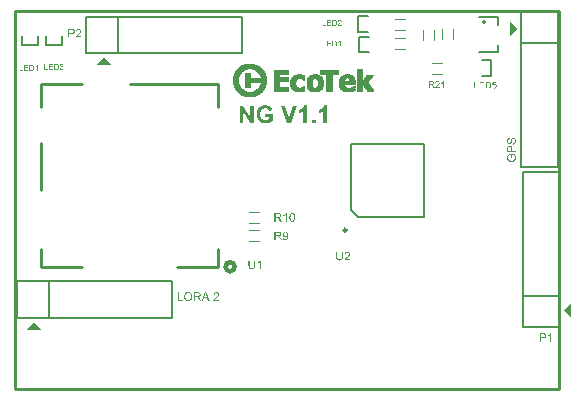
<source format=gto>
G04*
G04 #@! TF.GenerationSoftware,Altium Limited,Altium Designer,20.1.11 (218)*
G04*
G04 Layer_Color=65535*
%FSTAX24Y24*%
%MOIN*%
G70*
G04*
G04 #@! TF.SameCoordinates,E2051E8E-EE30-42B2-978D-12B425F2BF15*
G04*
G04*
G04 #@! TF.FilePolarity,Positive*
G04*
G01*
G75*
%ADD10C,0.0098*%
%ADD11C,0.0150*%
%ADD12C,0.0080*%
%ADD13C,0.0079*%
%ADD14C,0.0070*%
%ADD15C,0.0060*%
%ADD16C,0.0100*%
%ADD17C,0.0040*%
%ADD18C,0.0050*%
%ADD19C,0.0010*%
G36*
X049827Y025854D02*
X049577Y025604D01*
X050077D01*
X049827Y025854D01*
D02*
G37*
G36*
X05215Y034673D02*
X0519Y034423D01*
X0524D01*
X05215Y034673D01*
D02*
G37*
G36*
X067492Y026244D02*
X067742Y025994D01*
Y026494D01*
X067492Y026244D01*
D02*
G37*
G36*
X065933Y03563D02*
X065683Y03588D01*
Y03538D01*
X065933Y03563D01*
D02*
G37*
G36*
X057557Y033078D02*
X057566Y033077D01*
X057577Y033076D01*
X057588Y033075D01*
X057601Y033073D01*
X057628Y033068D01*
X057655Y033059D01*
X057669Y033054D01*
X057683Y033048D01*
X057695Y033042D01*
X057707Y033033D01*
X057708Y033033D01*
X057709Y033032D01*
X057713Y033028D01*
X057717Y033025D01*
X057722Y033021D01*
X057727Y033015D01*
X057733Y033008D01*
X057739Y033001D01*
X057746Y032993D01*
X057752Y032983D01*
X057759Y032973D01*
X057765Y032962D01*
X057772Y03295D01*
X057777Y032938D01*
X057782Y032923D01*
X057785Y032909D01*
X057669Y032888D01*
Y032888D01*
X057668Y032889D01*
X057667Y032894D01*
X057663Y032902D01*
X057658Y032912D01*
X057653Y032923D01*
X057644Y032933D01*
X057634Y032944D01*
X057623Y032954D01*
X057621Y032955D01*
X057617Y032958D01*
X057609Y032963D01*
X0576Y032967D01*
X057588Y032972D01*
X057573Y032975D01*
X057558Y032978D01*
X057539Y032979D01*
X057532D01*
X057527Y032978D01*
X05752Y032978D01*
X057513Y032977D01*
X057504Y032975D01*
X057495Y032973D01*
X057476Y032968D01*
X057466Y032963D01*
X057456Y032958D01*
X057446Y032953D01*
X057436Y032947D01*
X057427Y032938D01*
X057418Y03293D01*
X057417Y032929D01*
X057416Y032928D01*
X057413Y032925D01*
X057411Y032921D01*
X057408Y032916D01*
X057403Y03291D01*
X057399Y032903D01*
X057396Y032894D01*
X057392Y032884D01*
X057388Y032873D01*
X057383Y032862D01*
X05738Y032849D01*
X057378Y032835D01*
X057375Y032819D01*
X057374Y032804D01*
X057373Y032786D01*
Y032785D01*
Y032782D01*
Y032776D01*
X057374Y032769D01*
X057375Y03276D01*
X057376Y032751D01*
X057378Y032739D01*
X057379Y032728D01*
X057384Y032703D01*
X057393Y032677D01*
X057398Y032664D01*
X057403Y032653D01*
X057411Y032641D01*
X057418Y032631D01*
X057419Y03263D01*
X057421Y032629D01*
X057423Y032626D01*
X057427Y032623D01*
X057432Y032619D01*
X057437Y032614D01*
X057443Y03261D01*
X057451Y032605D01*
X057459Y0326D01*
X057468Y032596D01*
X057488Y032588D01*
X0575Y032584D01*
X057512Y032582D01*
X057525Y03258D01*
X057538Y032579D01*
X057545D01*
X057552Y03258D01*
X057562Y032581D01*
X057573Y032583D01*
X057585Y032585D01*
X057598Y032589D01*
X057612Y032594D01*
X057613D01*
X057613Y032594D01*
X057618Y032596D01*
X057625Y032599D01*
X057633Y032604D01*
X057643Y032609D01*
X057654Y032614D01*
X057665Y032621D01*
X057675Y032629D01*
Y032703D01*
X057542D01*
Y0328D01*
X057792D01*
Y032569D01*
X057791Y032567D01*
X057788Y032565D01*
X057786Y032563D01*
X057782Y032559D01*
X057777Y032556D01*
X057766Y032548D01*
X05775Y032539D01*
X057732Y032528D01*
X057711Y032517D01*
X057686Y032507D01*
X057685D01*
X057683Y032506D01*
X057679Y032504D01*
X057674Y032503D01*
X057668Y032501D01*
X05766Y032499D01*
X057652Y032496D01*
X057643Y032494D01*
X057622Y032489D01*
X057598Y032484D01*
X057573Y032481D01*
X057546Y03248D01*
X057537D01*
X057531Y032481D01*
X057523D01*
X057513Y032482D01*
X057503Y032484D01*
X057492Y032485D01*
X057468Y032489D01*
X057441Y032496D01*
X057413Y032505D01*
X057401Y032511D01*
X057388Y032518D01*
X057387Y032519D01*
X057385Y032519D01*
X057381Y032522D01*
X057377Y032525D01*
X057371Y032529D01*
X057365Y032534D01*
X057358Y032539D01*
X05735Y032546D01*
X057333Y032561D01*
X057317Y03258D01*
X057301Y032602D01*
X057287Y032627D01*
Y032628D01*
X057285Y03263D01*
X057284Y032634D01*
X057282Y032639D01*
X057279Y032646D01*
X057276Y032654D01*
X057274Y032663D01*
X05727Y032673D01*
X057267Y032684D01*
X057264Y032696D01*
X057259Y032722D01*
X057255Y03275D01*
X057254Y032781D01*
Y032782D01*
Y032785D01*
Y03279D01*
X057254Y032796D01*
Y032804D01*
X057255Y032814D01*
X057257Y032824D01*
X057259Y032835D01*
X057263Y032859D01*
X057269Y032887D01*
X057279Y032914D01*
X057284Y032928D01*
X057291Y032941D01*
X057292Y032942D01*
X057293Y032944D01*
X057295Y032948D01*
X057298Y032953D01*
X057302Y032958D01*
X057307Y032965D01*
X057313Y032973D01*
X057319Y032981D01*
X057326Y032989D01*
X057334Y032998D01*
X057343Y033008D01*
X057353Y033017D01*
X057364Y033025D01*
X057375Y033034D01*
X057401Y033049D01*
X057402D01*
X057403Y033051D01*
X057407Y033052D01*
X057411Y033054D01*
X057417Y033056D01*
X057423Y033058D01*
X057431Y033061D01*
X057439Y033064D01*
X057448Y033067D01*
X057459Y033069D01*
X057471Y033072D01*
X057483Y033074D01*
X057509Y033078D01*
X057539Y033078D01*
X057549D01*
X057557Y033078D01*
D02*
G37*
G36*
X057151Y032491D02*
X057034D01*
X0568Y032871D01*
Y032491D01*
X056693D01*
Y033068D01*
X056805D01*
X057044Y032679D01*
Y033068D01*
X057151D01*
Y032491D01*
D02*
G37*
G36*
X058398D02*
X058272D01*
X058066Y033068D01*
X058191D01*
X058338Y032641D01*
X058479Y033068D01*
X058603D01*
X058398Y032491D01*
D02*
G37*
G36*
X059592Y032491D02*
X059481Y032491D01*
Y032908D01*
X05948Y032908D01*
X059478Y032906D01*
X059475Y032903D01*
X05947Y032899D01*
X059464Y032894D01*
X059458Y032889D01*
X059449Y032883D01*
X05944Y032877D01*
X05943Y03287D01*
X059419Y032863D01*
X059408Y032856D01*
X059395Y032849D01*
X059369Y032837D01*
X059339Y032825D01*
Y032925D01*
X059339D01*
X05934Y032926D01*
X059343Y032927D01*
X059346Y032928D01*
X059354Y032932D01*
X059366Y032937D01*
X05938Y032943D01*
X059396Y032953D01*
X059413Y032964D01*
X059432Y032978D01*
X059433Y032978D01*
X059434Y032979D01*
X059437Y032982D01*
X05944Y032985D01*
X059449Y032993D01*
X059459Y033004D01*
X059471Y033018D01*
X059483Y033034D01*
X059493Y033052D01*
X059502Y033071D01*
X059592Y033071D01*
Y032491D01*
D02*
G37*
G36*
X059219Y032491D02*
X059109D01*
Y032602D01*
X059219D01*
Y032491D01*
D02*
G37*
G36*
X05892D02*
X058809D01*
Y032908D01*
X058808Y032908D01*
X058806Y032906D01*
X058803Y032903D01*
X058798Y032899D01*
X058792Y032894D01*
X058785Y032889D01*
X058777Y032883D01*
X058768Y032877D01*
X058758Y03287D01*
X058747Y032863D01*
X058735Y032856D01*
X058723Y032849D01*
X058696Y032837D01*
X058666Y032825D01*
Y032925D01*
X058667D01*
X058668Y032926D01*
X05867Y032927D01*
X058674Y032928D01*
X058682Y032932D01*
X058694Y032937D01*
X058708Y032943D01*
X058724Y032953D01*
X058741Y032964D01*
X05876Y032978D01*
X05876Y032978D01*
X058762Y032979D01*
X058765Y032982D01*
X058768Y032985D01*
X058777Y032993D01*
X058787Y033004D01*
X058799Y033018D01*
X05881Y033034D01*
X058821Y033052D01*
X05883Y033071D01*
X05892D01*
Y032491D01*
D02*
G37*
G36*
X060029Y035921D02*
X060032Y03592D01*
X060034Y03592D01*
X060037Y035919D01*
X06004Y035919D01*
X060048Y035917D01*
X060055Y035914D01*
X060058Y035913D01*
X060062Y035911D01*
X060065Y035908D01*
X060068Y035905D01*
X060069Y035905D01*
X060069Y035905D01*
X06007Y035904D01*
X060071Y035903D01*
X060072Y035901D01*
X060074Y035899D01*
X060075Y035897D01*
X060077Y035895D01*
X06008Y03589D01*
X060082Y035883D01*
X060083Y03588D01*
X060084Y035876D01*
X060085Y035872D01*
X060085Y035868D01*
Y035867D01*
Y035866D01*
X060085Y035864D01*
X060084Y03586D01*
X060084Y035857D01*
X060083Y035853D01*
X060081Y035849D01*
X06008Y035845D01*
X06008Y035844D01*
X060079Y035843D01*
X060078Y035841D01*
X060076Y035838D01*
X060074Y035834D01*
X060071Y03583D01*
X060068Y035826D01*
X060064Y035821D01*
X060063Y035821D01*
X060062Y035819D01*
X060061Y035818D01*
X060059Y035816D01*
X060058Y035815D01*
X060055Y035813D01*
X060053Y03581D01*
X06005Y035808D01*
X060048Y035805D01*
X060044Y035802D01*
X060041Y035799D01*
X060037Y035795D01*
X060032Y035792D01*
X060028Y035788D01*
X060028Y035788D01*
X060027Y035787D01*
X060026Y035786D01*
X060025Y035785D01*
X060023Y035783D01*
X060021Y035782D01*
X060017Y035778D01*
X060012Y035774D01*
X060008Y03577D01*
X060004Y035766D01*
X060002Y035765D01*
X060001Y035764D01*
X06Y035763D01*
X059999Y035762D01*
X059998Y035761D01*
X059997Y03576D01*
X059996Y035758D01*
X059994Y035756D01*
X059991Y035751D01*
X060085D01*
Y035728D01*
X059958D01*
Y035729D01*
Y03573D01*
Y035731D01*
X059958Y035734D01*
X059959Y035736D01*
X059959Y035739D01*
X05996Y035742D01*
X059961Y035745D01*
Y035745D01*
X059961Y035745D01*
X059962Y035747D01*
X059963Y035749D01*
X059964Y035753D01*
X059967Y035757D01*
X059969Y035761D01*
X059972Y035765D01*
X059976Y03577D01*
Y03577D01*
X059977Y035771D01*
X059978Y035772D01*
X059981Y035775D01*
X059984Y035778D01*
X059988Y035783D01*
X059994Y035788D01*
X06Y035793D01*
X060007Y035799D01*
X060007Y035799D01*
X060008Y0358D01*
X06001Y035801D01*
X060012Y035803D01*
X060014Y035805D01*
X060017Y035808D01*
X060021Y035811D01*
X060024Y035814D01*
X060031Y03582D01*
X060038Y035827D01*
X060041Y03583D01*
X060044Y035834D01*
X060047Y035837D01*
X060049Y03584D01*
Y03584D01*
X06005Y03584D01*
X06005Y035841D01*
X060051Y035842D01*
X060053Y035845D01*
X060055Y035849D01*
X060057Y035853D01*
X060059Y035858D01*
X06006Y035863D01*
X060061Y035868D01*
Y035869D01*
Y035869D01*
X06006Y03587D01*
X06006Y035873D01*
X060059Y035876D01*
X060058Y03588D01*
X060056Y035884D01*
X060054Y035888D01*
X06005Y035892D01*
X06005Y035892D01*
X060049Y035893D01*
X060047Y035895D01*
X060044Y035897D01*
X06004Y035898D01*
X060035Y0359D01*
X06003Y035901D01*
X060024Y035901D01*
X060022D01*
X060021Y035901D01*
X060018Y035901D01*
X060014Y0359D01*
X06001Y035899D01*
X060005Y035897D01*
X060001Y035895D01*
X059997Y035891D01*
X059996Y035891D01*
X059995Y035889D01*
X059993Y035887D01*
X059992Y035884D01*
X05999Y03588D01*
X059988Y035875D01*
X059987Y035869D01*
X059986Y035863D01*
X059962Y035865D01*
Y035866D01*
X059963Y035867D01*
Y035868D01*
X059963Y03587D01*
X059963Y035872D01*
X059964Y035875D01*
X059965Y035878D01*
X059966Y035881D01*
X059968Y035887D01*
X059971Y035894D01*
X059973Y035897D01*
X059976Y035901D01*
X059978Y035904D01*
X059981Y035906D01*
X059981Y035907D01*
X059982Y035907D01*
X059983Y035908D01*
X059984Y035909D01*
X059986Y03591D01*
X059988Y035911D01*
X05999Y035912D01*
X059993Y035914D01*
X059996Y035915D01*
X059999Y035916D01*
X060003Y035918D01*
X060006Y035919D01*
X060011Y035919D01*
X060015Y03592D01*
X06002Y035921D01*
X060025Y035921D01*
X060027D01*
X060029Y035921D01*
D02*
G37*
G36*
X059856Y03592D02*
X059862Y035919D01*
X059867Y035919D01*
X059873Y035918D01*
X059878Y035917D01*
X059878D01*
X059878Y035917D01*
X059879D01*
X05988Y035916D01*
X059883Y035916D01*
X059887Y035914D01*
X059892Y035912D01*
X059896Y03591D01*
X059901Y035907D01*
X059906Y035903D01*
X059906Y035903D01*
X059906Y035903D01*
X059907Y035902D01*
X059908Y035901D01*
X059911Y035898D01*
X059914Y035895D01*
X059918Y03589D01*
X059922Y035884D01*
X059925Y035878D01*
X059928Y035871D01*
Y03587D01*
X059929Y03587D01*
X059929Y035869D01*
X059929Y035867D01*
X05993Y035865D01*
X059931Y035863D01*
X059931Y03586D01*
X059932Y035857D01*
X059933Y035854D01*
X059934Y035851D01*
X059935Y035843D01*
X059936Y035834D01*
X059936Y035825D01*
Y035825D01*
Y035824D01*
Y035823D01*
Y035821D01*
X059936Y035819D01*
Y035817D01*
X059936Y035812D01*
X059935Y035806D01*
X059934Y0358D01*
X059932Y035793D01*
X059931Y035786D01*
Y035786D01*
X059931Y035785D01*
X05993Y035785D01*
X05993Y035783D01*
X059929Y03578D01*
X059927Y035777D01*
X059926Y035772D01*
X059923Y035768D01*
X059921Y035763D01*
X059918Y035759D01*
X059917Y035758D01*
X059916Y035757D01*
X059915Y035755D01*
X059913Y035752D01*
X05991Y035749D01*
X059907Y035747D01*
X059904Y035744D01*
X0599Y035741D01*
X0599Y035741D01*
X059899Y03574D01*
X059897Y035739D01*
X059894Y035737D01*
X059891Y035736D01*
X059887Y035734D01*
X059882Y035733D01*
X059877Y035731D01*
X059877D01*
X059876Y035731D01*
X059875Y035731D01*
X059872Y035731D01*
X059868Y03573D01*
X059864Y035729D01*
X059859Y035729D01*
X059853Y035729D01*
X059847Y035728D01*
X059778D01*
Y03592D01*
X059851D01*
X059856Y03592D01*
D02*
G37*
G36*
X059738Y035897D02*
X059625D01*
Y035839D01*
X059731D01*
Y035816D01*
X059625D01*
Y035751D01*
X059742D01*
Y035728D01*
X059599D01*
Y03592D01*
X059738D01*
Y035897D01*
D02*
G37*
G36*
X059474Y035751D02*
X059569D01*
Y035728D01*
X059449D01*
Y03592D01*
X059474D01*
Y035751D01*
D02*
G37*
G36*
X060133Y028031D02*
Y02803D01*
Y028029D01*
Y028026D01*
Y028024D01*
X060133Y02802D01*
Y028016D01*
X060133Y028011D01*
X060132Y028006D01*
X060131Y027994D01*
X060129Y027983D01*
X060127Y027972D01*
X060125Y027966D01*
X060123Y027961D01*
Y027961D01*
X060123Y02796D01*
X060122Y027959D01*
X060121Y027957D01*
X060119Y027952D01*
X060115Y027947D01*
X06011Y02794D01*
X060104Y027933D01*
X060097Y027926D01*
X060088Y02792D01*
X060087D01*
X060086Y027919D01*
X060085Y027919D01*
X060083Y027917D01*
X060081Y027916D01*
X060077Y027915D01*
X060074Y027914D01*
X06007Y027912D01*
X060065Y02791D01*
X06006Y027909D01*
X060055Y027908D01*
X060049Y027907D01*
X060042Y027906D01*
X060036Y027905D01*
X060021Y027904D01*
X060017D01*
X060014Y027905D01*
X060011D01*
X060007Y027905D01*
X060002Y027905D01*
X059997Y027906D01*
X059987Y027907D01*
X059976Y02791D01*
X059965Y027913D01*
X059955Y027918D01*
X059954D01*
X059953Y027919D01*
X059952Y02792D01*
X05995Y02792D01*
X059946Y027924D01*
X05994Y027928D01*
X059934Y027934D01*
X059928Y027941D01*
X059923Y027949D01*
X059918Y027958D01*
Y027959D01*
X059918Y027959D01*
X059917Y027961D01*
X059916Y027963D01*
X059915Y027966D01*
X059915Y027969D01*
X059913Y027973D01*
X059913Y027977D01*
X059912Y027982D01*
X05991Y027988D01*
X05991Y027994D01*
X059909Y028D01*
X059908Y028007D01*
X059908Y028014D01*
X059907Y028022D01*
Y028031D01*
Y028197D01*
X059945D01*
Y028031D01*
Y02803D01*
Y028029D01*
Y028027D01*
Y028024D01*
X059946Y028021D01*
Y028018D01*
X059946Y02801D01*
X059947Y028001D01*
X059948Y027991D01*
X05995Y027983D01*
X059951Y027979D01*
X059952Y027975D01*
X059952Y027974D01*
X059953Y027972D01*
X059955Y027969D01*
X059958Y027965D01*
X059961Y027961D01*
X059965Y027957D01*
X05997Y027952D01*
X059976Y027948D01*
X059977Y027948D01*
X059979Y027947D01*
X059982Y027945D01*
X059987Y027944D01*
X059993Y027942D01*
X060001Y02794D01*
X060009Y027939D01*
X060017Y027939D01*
X060022D01*
X060024Y027939D01*
X060028D01*
X060032Y027939D01*
X060041Y027941D01*
X060051Y027943D01*
X06006Y027947D01*
X060069Y027951D01*
X060074Y027954D01*
X060077Y027957D01*
X060078Y027958D01*
X060078Y027958D01*
X060079Y027959D01*
X06008Y027961D01*
X060081Y027964D01*
X060083Y027966D01*
X060085Y02797D01*
X060086Y027974D01*
X060088Y027978D01*
X060089Y027984D01*
X060091Y02799D01*
X060092Y027996D01*
X060093Y028004D01*
X060094Y028012D01*
X060095Y028021D01*
Y028031D01*
Y028197D01*
X060133D01*
Y028031D01*
D02*
G37*
G36*
X060285Y028198D02*
X060288Y028197D01*
X060292Y028197D01*
X060297Y028196D01*
X060301Y028195D01*
X060312Y028192D01*
X060323Y028188D01*
X060329Y028186D01*
X060334Y028183D01*
X060339Y028179D01*
X060344Y028175D01*
X060344Y028175D01*
X060345Y028174D01*
X060346Y028172D01*
X060347Y028171D01*
X060349Y028169D01*
X060351Y028166D01*
X060353Y028163D01*
X060356Y028159D01*
X06036Y028151D01*
X060364Y028141D01*
X060366Y028136D01*
X060367Y02813D01*
X060368Y028125D01*
X060368Y028118D01*
Y028118D01*
Y028115D01*
X060368Y028112D01*
X060367Y028108D01*
X060366Y028103D01*
X060365Y028097D01*
X060363Y02809D01*
X060361Y028084D01*
X06036Y028083D01*
X060359Y028081D01*
X060358Y028078D01*
X060355Y028073D01*
X060352Y028068D01*
X060348Y028062D01*
X060343Y028056D01*
X060337Y028049D01*
X060336Y028048D01*
X060334Y028046D01*
X060332Y028043D01*
X06033Y028041D01*
X060327Y028039D01*
X060324Y028036D01*
X060321Y028032D01*
X060316Y028029D01*
X060312Y028024D01*
X060307Y02802D01*
X060302Y028015D01*
X060296Y02801D01*
X060289Y028004D01*
X060283Y027999D01*
X060282Y027998D01*
X060282Y027997D01*
X06028Y027996D01*
X060278Y027994D01*
X060275Y027992D01*
X060272Y027989D01*
X060266Y027984D01*
X060259Y027978D01*
X060252Y027972D01*
X060246Y027966D01*
X060244Y027964D01*
X060242Y027962D01*
X060241Y027962D01*
X06024Y02796D01*
X060238Y027959D01*
X060236Y027956D01*
X060234Y027953D01*
X060232Y02795D01*
X060227Y027943D01*
X060368D01*
Y027909D01*
X060178D01*
Y02791D01*
Y027911D01*
Y027914D01*
X060178Y027917D01*
X060178Y027921D01*
X060179Y027925D01*
X06018Y027929D01*
X060182Y027934D01*
Y027934D01*
X060182Y027934D01*
X060183Y027937D01*
X060185Y027941D01*
X060187Y027946D01*
X06019Y027952D01*
X060195Y027958D01*
X060199Y027965D01*
X060205Y027972D01*
Y027972D01*
X060206Y027973D01*
X060208Y027975D01*
X060212Y027979D01*
X060217Y027984D01*
X060223Y027991D01*
X060231Y027998D01*
X060241Y028006D01*
X060251Y028015D01*
X060252Y028016D01*
X060253Y028017D01*
X060256Y028019D01*
X060259Y028021D01*
X060262Y028025D01*
X060267Y028029D01*
X060272Y028033D01*
X060277Y028037D01*
X060287Y028047D01*
X060298Y028057D01*
X060303Y028062D01*
X060307Y028067D01*
X060311Y028072D01*
X060315Y028076D01*
Y028077D01*
X060316Y028077D01*
X060316Y028078D01*
X060317Y02808D01*
X06032Y028085D01*
X060324Y02809D01*
X060326Y028097D01*
X060329Y028104D01*
X060331Y028112D01*
X060332Y028119D01*
Y02812D01*
Y02812D01*
X060331Y028123D01*
X060331Y028127D01*
X06033Y028131D01*
X060328Y028137D01*
X060325Y028143D01*
X060321Y028149D01*
X060316Y028155D01*
X060316Y028155D01*
X060314Y028157D01*
X060311Y028159D01*
X060306Y028162D01*
X0603Y028165D01*
X060294Y028167D01*
X060286Y028169D01*
X060277Y028169D01*
X060274D01*
X060273Y028169D01*
X060268Y028168D01*
X060262Y028167D01*
X060256Y028165D01*
X060249Y028162D01*
X060242Y028159D01*
X060236Y028154D01*
X060235Y028153D01*
X060233Y028151D01*
X060231Y028147D01*
X060228Y028142D01*
X060225Y028137D01*
X060223Y028129D01*
X060221Y028121D01*
X06022Y028111D01*
X060184Y028115D01*
Y028115D01*
X060185Y028117D01*
Y028119D01*
X060185Y028122D01*
X060186Y028125D01*
X060187Y028129D01*
X060188Y028133D01*
X060189Y028138D01*
X060192Y028148D01*
X060197Y028158D01*
X0602Y028163D01*
X060204Y028168D01*
X060208Y028172D01*
X060212Y028177D01*
X060212Y028177D01*
X060213Y028177D01*
X060215Y028179D01*
X060217Y02818D01*
X060219Y028182D01*
X060222Y028183D01*
X060225Y028185D01*
X06023Y028187D01*
X060234Y028189D01*
X060239Y028192D01*
X060244Y028193D01*
X06025Y028195D01*
X060257Y028196D01*
X060263Y028197D01*
X06027Y028198D01*
X060278Y028198D01*
X060282D01*
X060285Y028198D01*
D02*
G37*
G36*
X06582Y031997D02*
X065825Y031996D01*
X065832Y031995D01*
X065839Y031993D01*
X065847Y031989D01*
X065855Y031985D01*
X065855D01*
X065855Y031984D01*
X065858Y031982D01*
X065862Y031979D01*
X065866Y031975D01*
X065871Y03197D01*
X065876Y031963D01*
X065881Y031956D01*
X065886Y031947D01*
Y031946D01*
X065886Y031946D01*
X065887Y031944D01*
X065887Y031943D01*
X065888Y03194D01*
X065889Y031937D01*
X065891Y031931D01*
X065893Y031923D01*
X065895Y031913D01*
X065897Y031903D01*
X065897Y031892D01*
Y031885D01*
X065897Y031882D01*
Y031878D01*
X065896Y031874D01*
X065896Y031869D01*
X065894Y031858D01*
X065892Y031847D01*
X065889Y031837D01*
X065886Y031826D01*
Y031826D01*
X065885Y031825D01*
X065884Y031824D01*
X065884Y031822D01*
X065881Y031817D01*
X065877Y031811D01*
X065872Y031805D01*
X065867Y031797D01*
X06586Y031791D01*
X065852Y031785D01*
X065851D01*
X06585Y031784D01*
X065849Y031783D01*
X065847Y031782D01*
X065845Y031781D01*
X065843Y03178D01*
X065837Y031777D01*
X065829Y031774D01*
X06582Y031772D01*
X06581Y03177D01*
X0658Y031769D01*
X065796Y031805D01*
X065797D01*
X065797D01*
X065798Y031805D01*
X0658D01*
X065804Y031806D01*
X065809Y031807D01*
X065815Y031809D01*
X065821Y031811D01*
X065827Y031814D01*
X065832Y031817D01*
X065832Y031817D01*
X065834Y031818D01*
X065837Y03182D01*
X06584Y031824D01*
X065844Y031828D01*
X065847Y031832D01*
X065851Y031839D01*
X065855Y031845D01*
Y031846D01*
X065855Y031846D01*
X065855Y031847D01*
X065856Y031849D01*
X065857Y031853D01*
X065859Y031858D01*
X06586Y031865D01*
X065862Y031872D01*
X065862Y031881D01*
X065863Y03189D01*
Y031894D01*
X065862Y031898D01*
X065862Y031903D01*
X065861Y031909D01*
X06586Y031915D01*
X065859Y031922D01*
X065857Y031928D01*
X065856Y031929D01*
X065855Y031931D01*
X065854Y031934D01*
X065852Y031938D01*
X065849Y031941D01*
X065846Y031946D01*
X065843Y03195D01*
X065839Y031953D01*
X065838Y031953D01*
X065837Y031954D01*
X065835Y031956D01*
X065831Y031957D01*
X065828Y031959D01*
X065824Y03196D01*
X065819Y031961D01*
X065814Y031961D01*
X065814D01*
X065812D01*
X065809Y031961D01*
X065806Y031961D01*
X065803Y031959D01*
X065798Y031958D01*
X065794Y031956D01*
X06579Y031953D01*
X06579Y031953D01*
X065789Y031951D01*
X065787Y03195D01*
X065785Y031947D01*
X065782Y031944D01*
X065779Y031939D01*
X065776Y031934D01*
X065774Y031927D01*
X065773Y031927D01*
X065773Y031925D01*
X065772Y031921D01*
X065771Y031919D01*
X06577Y031916D01*
X065769Y031914D01*
X065768Y03191D01*
X065767Y031906D01*
X065766Y031901D01*
X065765Y031896D01*
X065763Y03189D01*
X065761Y031883D01*
X06576Y031876D01*
Y031876D01*
X065759Y031874D01*
X065759Y031872D01*
X065758Y03187D01*
X065757Y031867D01*
X065756Y031863D01*
X065754Y031854D01*
X065751Y031845D01*
X065748Y031836D01*
X065745Y031827D01*
X065743Y031824D01*
X065742Y03182D01*
Y03182D01*
X065741Y03182D01*
X06574Y031817D01*
X065738Y031813D01*
X065734Y031809D01*
X065731Y031804D01*
X065726Y031799D01*
X065721Y031794D01*
X065715Y03179D01*
X065714Y03179D01*
X065712Y031788D01*
X065709Y031787D01*
X065704Y031785D01*
X065699Y031783D01*
X065693Y031782D01*
X065686Y03178D01*
X065679Y03178D01*
X065679D01*
X065678D01*
X065677D01*
X065675D01*
X065671Y031781D01*
X065666Y031782D01*
X065659Y031783D01*
X065652Y031785D01*
X065645Y031788D01*
X065638Y031792D01*
X065638D01*
X065637Y031793D01*
X065635Y031795D01*
X065632Y031797D01*
X065627Y031801D01*
X065623Y031806D01*
X065618Y031812D01*
X065613Y03182D01*
X065609Y031828D01*
Y031829D01*
X065609Y03183D01*
X065608Y031831D01*
X065607Y031832D01*
X065607Y031835D01*
X065606Y031837D01*
X065604Y031844D01*
X065602Y031852D01*
X065601Y031861D01*
X0656Y03187D01*
X065599Y031881D01*
Y031887D01*
X0656Y031889D01*
Y031892D01*
X0656Y0319D01*
X065602Y031909D01*
X065604Y031918D01*
X065606Y031928D01*
X065609Y031937D01*
Y031938D01*
X06561Y031939D01*
X065611Y03194D01*
X065612Y031941D01*
X065614Y031946D01*
X065617Y031951D01*
X065622Y031957D01*
X065627Y031963D01*
X065633Y031969D01*
X06564Y031975D01*
X065641D01*
X065641Y031975D01*
X065642Y031976D01*
X065644Y031977D01*
X065648Y031979D01*
X065653Y031981D01*
X06566Y031984D01*
X065668Y031986D01*
X065676Y031988D01*
X065685Y031989D01*
X065688Y031953D01*
X065688D01*
X065687D01*
X065686Y031952D01*
X065684Y031952D01*
X065679Y031951D01*
X065673Y031949D01*
X065666Y031946D01*
X065659Y031943D01*
X065653Y031938D01*
X065647Y031932D01*
X065647Y031931D01*
X065645Y031929D01*
X065643Y031925D01*
X06564Y03192D01*
X065638Y031913D01*
X065635Y031904D01*
X065634Y031894D01*
X065633Y031882D01*
Y031877D01*
X065634Y031874D01*
X065634Y031871D01*
X065635Y031863D01*
X065637Y031855D01*
X065639Y031847D01*
X065642Y031839D01*
X065644Y031835D01*
X065646Y031832D01*
X065647Y031831D01*
X065648Y03183D01*
X065651Y031827D01*
X065654Y031825D01*
X065659Y031822D01*
X065664Y031819D01*
X06567Y031817D01*
X065676Y031817D01*
X065677D01*
X065679D01*
X065682Y031817D01*
X065685Y031818D01*
X065689Y031819D01*
X065694Y031821D01*
X065698Y031824D01*
X065702Y031827D01*
X065702Y031828D01*
X065704Y03183D01*
X065705Y031832D01*
X065706Y031833D01*
X065707Y031836D01*
X065709Y031839D01*
X06571Y031842D01*
X065711Y031847D01*
X065713Y031851D01*
X065715Y031857D01*
X065717Y031862D01*
X065719Y031869D01*
X065721Y031877D01*
X065723Y031885D01*
Y031885D01*
X065723Y031887D01*
X065723Y031889D01*
X065724Y031892D01*
X065725Y031896D01*
X065726Y031901D01*
X065728Y031905D01*
X065729Y03191D01*
X065732Y031921D01*
X065735Y031931D01*
X065736Y031936D01*
X065738Y031941D01*
X065739Y031945D01*
X065741Y031948D01*
Y031949D01*
X065741Y03195D01*
X065742Y031951D01*
X065743Y031953D01*
X065746Y031957D01*
X065749Y031963D01*
X065753Y031969D01*
X065758Y031975D01*
X065764Y031981D01*
X06577Y031986D01*
X065771Y031986D01*
X065773Y031988D01*
X065777Y03199D01*
X065782Y031992D01*
X065788Y031994D01*
X065795Y031996D01*
X065803Y031998D01*
X065811Y031998D01*
X065812D01*
X065812D01*
X065813D01*
X065815D01*
X06582Y031997D01*
D02*
G37*
G36*
X065694Y031733D02*
X065697Y031733D01*
X065701Y031732D01*
X065705Y031731D01*
X065709Y031731D01*
X065719Y031728D01*
X065724Y031726D01*
X065729Y031723D01*
X065735Y031721D01*
X06574Y031718D01*
X065745Y031714D01*
X06575Y03171D01*
X06575Y031709D01*
X065751Y031708D01*
X065752Y031707D01*
X065753Y031705D01*
X065756Y031703D01*
X065758Y031699D01*
X06576Y031695D01*
X065762Y031691D01*
X065765Y031685D01*
X065767Y031679D01*
X065769Y031672D01*
X065771Y031664D01*
X065773Y031656D01*
X065774Y031647D01*
X065775Y031637D01*
X065775Y031626D01*
Y031552D01*
X065892D01*
Y031514D01*
X065604D01*
Y031632D01*
X065605Y031638D01*
X065605Y031645D01*
X065605Y031653D01*
X065606Y03166D01*
X065607Y031666D01*
Y031667D01*
X065608Y03167D01*
X065609Y031674D01*
X06561Y031679D01*
X065612Y031684D01*
X065614Y03169D01*
X065617Y031696D01*
X065621Y031701D01*
X065621Y031702D01*
X065622Y031704D01*
X065625Y031706D01*
X065628Y03171D01*
X065632Y031713D01*
X065637Y031717D01*
X065642Y031721D01*
X065648Y031725D01*
X065649Y031725D01*
X065651Y031726D01*
X065655Y031728D01*
X06566Y031729D01*
X065666Y031731D01*
X065672Y031732D01*
X06568Y031733D01*
X065688Y031733D01*
X065688D01*
X065689D01*
X065691D01*
X065694Y031733D01*
D02*
G37*
G36*
X065852Y031457D02*
X065853Y031456D01*
X065854Y031455D01*
X065856Y031453D01*
X065857Y03145D01*
X06586Y031447D01*
X065862Y031443D01*
X065865Y03144D01*
X06587Y031431D01*
X065876Y031421D01*
X065881Y031411D01*
X065886Y031399D01*
Y031399D01*
X065886Y031398D01*
X065887Y031396D01*
X065887Y031394D01*
X065888Y031391D01*
X065889Y031388D01*
X06589Y031384D01*
X065891Y031381D01*
X065893Y031372D01*
X065895Y031361D01*
X065897Y03135D01*
X065897Y031338D01*
Y031334D01*
X065897Y031331D01*
Y031327D01*
X065896Y031323D01*
X065895Y031318D01*
X065895Y031312D01*
X065892Y0313D01*
X065889Y031287D01*
X065885Y031274D01*
X065882Y031268D01*
X065879Y031261D01*
X065879Y03126D01*
X065878Y031259D01*
X065877Y031258D01*
X065876Y031255D01*
X065874Y031252D01*
X065872Y031249D01*
X065866Y031241D01*
X065858Y031233D01*
X065849Y031224D01*
X065839Y031216D01*
X065827Y031208D01*
X065826D01*
X065825Y031208D01*
X065823Y031207D01*
X06582Y031206D01*
X065817Y031204D01*
X065813Y031203D01*
X065809Y031201D01*
X065804Y0312D01*
X065799Y031198D01*
X065793Y031196D01*
X065786Y031195D01*
X06578Y031194D01*
X065765Y031192D01*
X06575Y031191D01*
X065749D01*
X065748D01*
X065746D01*
X065743Y031191D01*
X065739D01*
X065734Y031192D01*
X06573Y031193D01*
X065724Y031193D01*
X065718Y031194D01*
X065712Y031195D01*
X065699Y031198D01*
X065685Y031203D01*
X065671Y031208D01*
X065671Y031209D01*
X06567Y031209D01*
X065668Y03121D01*
X065666Y031212D01*
X065662Y031213D01*
X065659Y031216D01*
X065651Y031221D01*
X065642Y031228D01*
X065633Y031237D01*
X065624Y031247D01*
X065621Y031253D01*
X065617Y031259D01*
X065617Y031259D01*
X065616Y03126D01*
X065615Y031262D01*
X065614Y031265D01*
X065613Y031268D01*
X065611Y031272D01*
X065609Y031276D01*
X065608Y031281D01*
X065606Y031286D01*
X065605Y031292D01*
X065603Y031298D01*
X065602Y031305D01*
X0656Y03132D01*
X065599Y031327D01*
Y03134D01*
X0656Y031343D01*
Y031346D01*
X0656Y031354D01*
X065602Y031363D01*
X065604Y031372D01*
X065606Y031382D01*
X065609Y031391D01*
Y031392D01*
X06561Y031393D01*
X06561Y031394D01*
X065611Y031396D01*
X065614Y0314D01*
X065617Y031406D01*
X065621Y031412D01*
X065626Y031419D01*
X065631Y031425D01*
X065638Y031431D01*
X065639Y031432D01*
X065641Y031433D01*
X065645Y031436D01*
X06565Y031439D01*
X065657Y031443D01*
X065665Y031446D01*
X065674Y03145D01*
X065685Y031453D01*
X065694Y031419D01*
X065694D01*
X065693Y031418D01*
X065692Y031418D01*
X06569Y031417D01*
X065686Y031416D01*
X065681Y031414D01*
X065676Y031412D01*
X06567Y031409D01*
X065664Y031406D01*
X065659Y031402D01*
X065659Y031402D01*
X065657Y031401D01*
X065655Y031398D01*
X065652Y031395D01*
X065649Y031391D01*
X065646Y031386D01*
X065642Y031381D01*
X065639Y031375D01*
X065639Y031374D01*
X065638Y031372D01*
X065637Y031368D01*
X065635Y031363D01*
X065634Y031357D01*
X065633Y031351D01*
X065632Y031343D01*
X065632Y031335D01*
Y031331D01*
X065632Y031329D01*
Y031326D01*
X065632Y03132D01*
X065634Y031313D01*
X065635Y031305D01*
X065637Y031297D01*
X06564Y03129D01*
X06564Y031289D01*
X065641Y031287D01*
X065643Y031283D01*
X065645Y031279D01*
X065649Y031274D01*
X065652Y031269D01*
X065656Y031264D01*
X065661Y031259D01*
X065661Y031259D01*
X065663Y031257D01*
X065666Y031255D01*
X065669Y031253D01*
X065673Y03125D01*
X065678Y031247D01*
X065684Y031244D01*
X065689Y031241D01*
X06569D01*
X065691Y03124D01*
X065692Y03124D01*
X065694Y031239D01*
X065696Y031238D01*
X065699Y031238D01*
X065703Y031236D01*
X065706Y031235D01*
X065715Y031233D01*
X065725Y031232D01*
X065736Y03123D01*
X065747Y03123D01*
X065748D01*
X065749D01*
X065751D01*
X065753Y03123D01*
X065757D01*
X065761Y031231D01*
X065765Y031231D01*
X06577Y031232D01*
X06578Y031233D01*
X065791Y031235D01*
X065802Y031239D01*
X065812Y031243D01*
X065813D01*
X065813Y031244D01*
X065815Y031244D01*
X065816Y031245D01*
X065821Y031248D01*
X065827Y031253D01*
X065833Y031258D01*
X065839Y031265D01*
X065845Y031273D01*
X06585Y031282D01*
Y031282D01*
X065851Y031283D01*
X065852Y031284D01*
X065852Y031286D01*
X065853Y031288D01*
X065854Y031291D01*
X065857Y031298D01*
X065859Y031306D01*
X065861Y031315D01*
X065862Y031325D01*
X065863Y031336D01*
Y03134D01*
X065862Y031342D01*
Y031345D01*
X065862Y031351D01*
X065861Y031359D01*
X065859Y031367D01*
X065857Y031375D01*
X065854Y031384D01*
Y031384D01*
X065853Y031385D01*
X065853Y031386D01*
X065852Y031388D01*
X06585Y031392D01*
X065847Y031397D01*
X065845Y031403D01*
X065841Y031409D01*
X065837Y031415D01*
X065833Y03142D01*
X065779D01*
Y031335D01*
X065745D01*
Y031458D01*
X065852D01*
X065852Y031457D01*
D02*
G37*
G36*
X055918Y026848D02*
X055921Y026847D01*
X055925Y026847D01*
X05593Y026846D01*
X055934Y026845D01*
X055945Y026842D01*
X055956Y026838D01*
X055961Y026835D01*
X055967Y026833D01*
X055972Y026829D01*
X055976Y026825D01*
X055977Y026824D01*
X055977Y026824D01*
X055978Y026822D01*
X05598Y02682D01*
X055982Y026818D01*
X055984Y026815D01*
X055986Y026813D01*
X055989Y026809D01*
X055993Y026801D01*
X055997Y026791D01*
X055999Y026786D01*
X055999Y02678D01*
X056Y026774D01*
X056001Y026768D01*
Y026767D01*
Y026765D01*
X056Y026762D01*
X056Y026757D01*
X055999Y026752D01*
X055997Y026746D01*
X055996Y02674D01*
X055993Y026734D01*
X055993Y026733D01*
X055992Y026731D01*
X05599Y026728D01*
X055988Y026723D01*
X055985Y026718D01*
X05598Y026712D01*
X055975Y026706D01*
X05597Y026699D01*
X055969Y026698D01*
X055967Y026695D01*
X055965Y026693D01*
X055962Y026691D01*
X05596Y026689D01*
X055957Y026685D01*
X055953Y026682D01*
X055949Y026678D01*
X055945Y026674D01*
X05594Y026669D01*
X055935Y026665D01*
X055929Y026659D01*
X055922Y026654D01*
X055915Y026648D01*
X055915Y026648D01*
X055914Y026647D01*
X055913Y026646D01*
X05591Y026644D01*
X055908Y026642D01*
X055905Y026639D01*
X055898Y026634D01*
X055891Y026627D01*
X055885Y026621D01*
X055879Y026616D01*
X055876Y026614D01*
X055874Y026612D01*
X055874Y026611D01*
X055873Y02661D01*
X055871Y026608D01*
X055869Y026606D01*
X055867Y026603D01*
X055864Y0266D01*
X055859Y026593D01*
X056001D01*
Y026559D01*
X05581D01*
Y026559D01*
Y026561D01*
Y026563D01*
X055811Y026567D01*
X055811Y02657D01*
X055812Y026575D01*
X055813Y026579D01*
X055814Y026583D01*
Y026584D01*
X055815Y026584D01*
X055816Y026587D01*
X055817Y02659D01*
X05582Y026595D01*
X055823Y026601D01*
X055827Y026608D01*
X055832Y026615D01*
X055838Y026622D01*
Y026622D01*
X055839Y026622D01*
X055841Y026625D01*
X055844Y026629D01*
X05585Y026634D01*
X055856Y02664D01*
X055864Y026648D01*
X055873Y026656D01*
X055884Y026665D01*
X055884Y026665D01*
X055886Y026667D01*
X055888Y026669D01*
X055891Y026671D01*
X055895Y026674D01*
X0559Y026678D01*
X055904Y026682D01*
X05591Y026687D01*
X05592Y026697D01*
X05593Y026707D01*
X055935Y026712D01*
X05594Y026717D01*
X055944Y026721D01*
X055947Y026726D01*
Y026726D01*
X055948Y026727D01*
X055949Y026728D01*
X05595Y02673D01*
X055953Y026734D01*
X055956Y02674D01*
X055959Y026746D01*
X055962Y026754D01*
X055964Y026761D01*
X055965Y026769D01*
Y026769D01*
Y02677D01*
X055964Y026772D01*
X055964Y026776D01*
X055962Y026781D01*
X055961Y026787D01*
X055958Y026793D01*
X055954Y026798D01*
X055949Y026804D01*
X055948Y026805D01*
X055946Y026807D01*
X055943Y026809D01*
X055939Y026812D01*
X055933Y026814D01*
X055926Y026817D01*
X055918Y026818D01*
X05591Y026819D01*
X055907D01*
X055905Y026818D01*
X055901Y026818D01*
X055895Y026817D01*
X055888Y026815D01*
X055881Y026812D01*
X055875Y026808D01*
X055868Y026803D01*
X055868Y026803D01*
X055866Y026801D01*
X055863Y026797D01*
X055861Y026792D01*
X055858Y026786D01*
X055856Y026779D01*
X055854Y026771D01*
X055853Y026761D01*
X055817Y026765D01*
Y026765D01*
X055817Y026766D01*
Y026768D01*
X055818Y026771D01*
X055819Y026775D01*
X055819Y026778D01*
X055821Y026783D01*
X055822Y026788D01*
X055825Y026798D01*
X05583Y026808D01*
X055833Y026813D01*
X055837Y026818D01*
X055841Y026822D01*
X055845Y026826D01*
X055845Y026827D01*
X055846Y026827D01*
X055847Y026828D01*
X055849Y02683D01*
X055852Y026831D01*
X055855Y026833D01*
X055858Y026835D01*
X055862Y026837D01*
X055867Y026839D01*
X055872Y026841D01*
X055877Y026843D01*
X055883Y026845D01*
X055889Y026846D01*
X055896Y026847D01*
X055903Y026848D01*
X05591Y026848D01*
X055915D01*
X055918Y026848D01*
D02*
G37*
G36*
X055687Y026559D02*
X055644D01*
X05561Y026646D01*
X055489D01*
X055458Y026559D01*
X055418D01*
X055528Y026847D01*
X055569D01*
X055687Y026559D01*
D02*
G37*
G36*
X055296Y026846D02*
X0553D01*
X055309Y026846D01*
X055318Y026845D01*
X055328Y026843D01*
X055337Y026841D01*
X055342Y02684D01*
X055346Y026839D01*
X055346D01*
X055346Y026838D01*
X055349Y026837D01*
X055353Y026835D01*
X055357Y026833D01*
X055362Y026829D01*
X055368Y026824D01*
X055373Y026818D01*
X055378Y026811D01*
Y026811D01*
X055378Y026811D01*
X05538Y026808D01*
X055381Y026804D01*
X055384Y026798D01*
X055386Y026792D01*
X055388Y026785D01*
X055389Y026777D01*
X05539Y026768D01*
Y026768D01*
Y026767D01*
Y026765D01*
X055389Y026763D01*
Y02676D01*
X055389Y026757D01*
X055387Y02675D01*
X055385Y026742D01*
X055381Y026733D01*
X055376Y026724D01*
X055373Y02672D01*
X05537Y026716D01*
X055369Y026716D01*
X055369Y026715D01*
X055368Y026714D01*
X055366Y026713D01*
X055364Y026711D01*
X055361Y026709D01*
X055358Y026707D01*
X055355Y026705D01*
X055351Y026703D01*
X055346Y026701D01*
X055341Y026698D01*
X055336Y026696D01*
X055329Y026694D01*
X055323Y026692D01*
X055316Y026691D01*
X055309Y02669D01*
X055309Y026689D01*
X055311Y026689D01*
X055314Y026687D01*
X055317Y026685D01*
X055324Y026681D01*
X055328Y026678D01*
X055331Y026675D01*
X055332Y026674D01*
X055334Y026672D01*
X055338Y026669D01*
X055342Y026665D01*
X055346Y026659D01*
X055352Y026653D01*
X055357Y026645D01*
X055363Y026637D01*
X055413Y026559D01*
X055365D01*
X055327Y026619D01*
Y026619D01*
X055326Y02662D01*
X055326Y026621D01*
X055324Y026623D01*
X055321Y026627D01*
X055318Y026633D01*
X055313Y02664D01*
X055309Y026646D01*
X055304Y026652D01*
X0553Y026658D01*
X055299Y026659D01*
X055298Y02666D01*
X055296Y026663D01*
X055293Y026666D01*
X055287Y026672D01*
X055284Y026675D01*
X05528Y026677D01*
X05528Y026678D01*
X055279Y026678D01*
X055277Y026679D01*
X055275Y02668D01*
X055272Y026682D01*
X055269Y026683D01*
X055263Y026685D01*
X055262D01*
X055262Y026685D01*
X05526D01*
X055258Y026686D01*
X055255Y026686D01*
X055252D01*
X055247Y026687D01*
X055198D01*
Y026559D01*
X05516D01*
Y026847D01*
X055293D01*
X055296Y026846D01*
D02*
G37*
G36*
X054659Y026593D02*
X054801D01*
Y026559D01*
X054621D01*
Y026847D01*
X054659D01*
Y026593D01*
D02*
G37*
G36*
X054979Y026851D02*
X054983D01*
X054987Y026851D01*
X054992Y02685D01*
X054997Y026849D01*
X055007Y026847D01*
X05502Y026844D01*
X055032Y026839D01*
X055038Y026836D01*
X055044Y026833D01*
X055045Y026832D01*
X055046Y026832D01*
X055047Y02683D01*
X05505Y026829D01*
X055052Y026827D01*
X055056Y026825D01*
X055063Y026819D01*
X05507Y026811D01*
X055078Y026802D01*
X055086Y026791D01*
X055093Y026779D01*
Y026779D01*
X055094Y026778D01*
X055095Y026776D01*
X055096Y026773D01*
X055097Y02677D01*
X055098Y026766D01*
X0551Y026762D01*
X055102Y026757D01*
X055103Y026751D01*
X055105Y026746D01*
X055106Y026739D01*
X055108Y026732D01*
X055109Y026718D01*
X05511Y026702D01*
Y026702D01*
Y0267D01*
Y026698D01*
X05511Y026694D01*
Y026691D01*
X055109Y026686D01*
X055108Y026681D01*
X055108Y026676D01*
X055106Y026664D01*
X055103Y02665D01*
X055098Y026637D01*
X055096Y02663D01*
X055092Y026624D01*
Y026623D01*
X055091Y026622D01*
X055091Y02662D01*
X055089Y026618D01*
X055087Y026615D01*
X055085Y026612D01*
X055079Y026604D01*
X055072Y026596D01*
X055064Y026587D01*
X055054Y026579D01*
X055042Y026571D01*
X055042D01*
X055041Y02657D01*
X055039Y02657D01*
X055036Y026568D01*
X055034Y026567D01*
X05503Y026566D01*
X055026Y026564D01*
X055021Y026563D01*
X055016Y026561D01*
X055011Y026559D01*
X054999Y026557D01*
X054986Y026555D01*
X054972Y026554D01*
X054968D01*
X054966Y026554D01*
X054962D01*
X054958Y026555D01*
X054953Y026555D01*
X054948Y026556D01*
X054937Y026559D01*
X054925Y026562D01*
X054912Y026567D01*
X054906Y02657D01*
X0549Y026573D01*
X054899Y026574D01*
X054898Y026574D01*
X054897Y026575D01*
X054894Y026577D01*
X054892Y026579D01*
X054889Y026581D01*
X054882Y026588D01*
X054874Y026595D01*
X054865Y026604D01*
X054858Y026615D01*
X054851Y026627D01*
Y026627D01*
X05485Y026628D01*
X054849Y02663D01*
X054848Y026632D01*
X054847Y026636D01*
X054846Y02664D01*
X054844Y026644D01*
X054843Y026648D01*
X054841Y026654D01*
X05484Y026659D01*
X054837Y026672D01*
X054836Y026684D01*
X054835Y026699D01*
Y026699D01*
Y026699D01*
Y026702D01*
X054835Y026706D01*
Y026711D01*
X054836Y026716D01*
X054837Y026724D01*
X054838Y026731D01*
X05484Y02674D01*
X054841Y026749D01*
X054844Y026758D01*
X054847Y026767D01*
X054851Y026776D01*
X054855Y026786D01*
X054861Y026795D01*
X054866Y026803D01*
X054873Y026811D01*
X054873Y026811D01*
X054875Y026813D01*
X054877Y026815D01*
X05488Y026817D01*
X054884Y02682D01*
X054888Y026824D01*
X054894Y026828D01*
X0549Y026831D01*
X054907Y026835D01*
X054914Y026839D01*
X054922Y026842D01*
X054931Y026845D01*
X054941Y026848D01*
X054951Y02685D01*
X054961Y026851D01*
X054972Y026852D01*
X054976D01*
X054979Y026851D01*
D02*
G37*
G36*
X049962Y0343D02*
X049988D01*
Y034278D01*
X049962D01*
Y034232D01*
X049938D01*
Y034278D01*
X049855D01*
Y0343D01*
X049943Y034424D01*
X049962D01*
Y0343D01*
D02*
G37*
G36*
X049758Y034424D02*
X049763Y034423D01*
X049769Y034423D01*
X049774Y034422D01*
X049779Y034421D01*
X049779D01*
X04978Y034421D01*
X049781D01*
X049782Y03442D01*
X049785Y03442D01*
X049789Y034418D01*
X049793Y034416D01*
X049798Y034414D01*
X049803Y034411D01*
X049807Y034407D01*
X049807Y034407D01*
X049808Y034407D01*
X049809Y034406D01*
X04981Y034405D01*
X049812Y034402D01*
X049816Y034398D01*
X049819Y034394D01*
X049823Y034388D01*
X049827Y034382D01*
X04983Y034375D01*
Y034374D01*
X04983Y034374D01*
X049831Y034373D01*
X049831Y034371D01*
X049832Y034369D01*
X049832Y034367D01*
X049833Y034364D01*
X049834Y034361D01*
X049835Y034358D01*
X049835Y034355D01*
X049837Y034347D01*
X049837Y034338D01*
X049838Y034329D01*
Y034329D01*
Y034328D01*
Y034327D01*
Y034325D01*
X049837Y034323D01*
Y034321D01*
X049837Y034316D01*
X049836Y03431D01*
X049835Y034303D01*
X049834Y034297D01*
X049832Y03429D01*
Y03429D01*
X049832Y034289D01*
X049832Y034289D01*
X049832Y034287D01*
X04983Y034284D01*
X049829Y03428D01*
X049827Y034276D01*
X049825Y034272D01*
X049822Y034267D01*
X049819Y034262D01*
X049819Y034262D01*
X049818Y034261D01*
X049816Y034259D01*
X049814Y034256D01*
X049812Y034253D01*
X049809Y034251D01*
X049806Y034248D01*
X049802Y034245D01*
X049801Y034245D01*
X0498Y034244D01*
X049798Y034243D01*
X049796Y034241D01*
X049792Y03424D01*
X049788Y034238D01*
X049784Y034237D01*
X049779Y034235D01*
X049778D01*
X049778Y034235D01*
X049777Y034235D01*
X049774Y034234D01*
X04977Y034234D01*
X049766Y034233D01*
X04976Y034233D01*
X049755Y034233D01*
X049748Y034232D01*
X049679D01*
Y034424D01*
X049753D01*
X049758Y034424D01*
D02*
G37*
G36*
X04964Y034401D02*
X049526D01*
Y034343D01*
X049632D01*
Y03432D01*
X049526D01*
Y034255D01*
X049644D01*
Y034232D01*
X049501D01*
Y034424D01*
X04964D01*
Y034401D01*
D02*
G37*
G36*
X049376Y034255D02*
X04947D01*
Y034232D01*
X04935D01*
Y034424D01*
X049376D01*
Y034255D01*
D02*
G37*
G36*
X050756Y034454D02*
X050759Y034453D01*
X050764Y034453D01*
X050769Y034451D01*
X050774Y03445D01*
X050779Y034447D01*
X050779D01*
X050779Y034447D01*
X050781Y034446D01*
X050783Y034445D01*
X050786Y034443D01*
X050789Y03444D01*
X050793Y034437D01*
X050796Y034433D01*
X050799Y034429D01*
X050799Y034429D01*
X0508Y034427D01*
X050801Y034425D01*
X050802Y034422D01*
X050804Y034418D01*
X050805Y034414D01*
X050806Y034409D01*
X050806Y034404D01*
Y034404D01*
Y034402D01*
X050806Y0344D01*
X050805Y034397D01*
X050804Y034393D01*
X050803Y03439D01*
X050801Y034386D01*
X050799Y034382D01*
X050799Y034381D01*
X050798Y03438D01*
X050796Y034378D01*
X050794Y034376D01*
X050791Y034373D01*
X050788Y034371D01*
X050784Y034368D01*
X050779Y034366D01*
X05078D01*
X05078Y034365D01*
X050781Y034365D01*
X050782Y034365D01*
X050785Y034364D01*
X050789Y034362D01*
X050793Y03436D01*
X050798Y034357D01*
X050802Y034353D01*
X050806Y034349D01*
X050806Y034349D01*
X050807Y034347D01*
X050809Y034344D01*
X050811Y034341D01*
X050812Y034336D01*
X050814Y034331D01*
X050815Y034325D01*
X050815Y034318D01*
Y034318D01*
Y034317D01*
Y034316D01*
X050815Y034314D01*
X050815Y034312D01*
X050814Y034309D01*
X050814Y034307D01*
X050813Y034304D01*
X050811Y034297D01*
X050809Y034293D01*
X050808Y03429D01*
X050805Y034286D01*
X050803Y034283D01*
X0508Y034279D01*
X050797Y034276D01*
X050797Y034276D01*
X050796Y034275D01*
X050795Y034274D01*
X050793Y034273D01*
X050792Y034272D01*
X05079Y03427D01*
X050787Y034269D01*
X050784Y034267D01*
X050781Y034266D01*
X050777Y034264D01*
X050774Y034263D01*
X05077Y034261D01*
X050765Y03426D01*
X050761Y034259D01*
X050756Y034259D01*
X050751Y034258D01*
X050748D01*
X050746Y034259D01*
X050744Y034259D01*
X050742Y034259D01*
X050739Y03426D01*
X050736Y03426D01*
X050729Y034262D01*
X050722Y034265D01*
X050719Y034267D01*
X050715Y034268D01*
X050712Y034271D01*
X050709Y034273D01*
X050708Y034274D01*
X050708Y034274D01*
X050707Y034275D01*
X050706Y034276D01*
X050705Y034278D01*
X050703Y03428D01*
X050702Y034281D01*
X0507Y034284D01*
X050698Y034287D01*
X050697Y03429D01*
X050694Y034296D01*
X050691Y034304D01*
X05069Y034308D01*
X05069Y034313D01*
X050713Y034316D01*
Y034315D01*
X050714Y034315D01*
X050714Y034314D01*
X050714Y034312D01*
X050715Y034311D01*
X050715Y034309D01*
X050716Y034304D01*
X050718Y034299D01*
X050721Y034295D01*
X050724Y03429D01*
X050727Y034286D01*
X050728Y034286D01*
X050729Y034285D01*
X050731Y034284D01*
X050734Y034282D01*
X050737Y034281D01*
X050741Y034279D01*
X050746Y034278D01*
X050751Y034278D01*
X050752D01*
X050754Y034278D01*
X050757Y034278D01*
X050761Y034279D01*
X050765Y034281D01*
X05077Y034283D01*
X050774Y034285D01*
X050779Y034289D01*
X050779Y03429D01*
X050781Y034291D01*
X050782Y034294D01*
X050785Y034297D01*
X050787Y034301D01*
X050788Y034306D01*
X05079Y034312D01*
X05079Y034318D01*
Y034318D01*
Y034319D01*
Y034319D01*
X05079Y034321D01*
X05079Y034324D01*
X050789Y034327D01*
X050788Y034332D01*
X050786Y034336D01*
X050783Y03434D01*
X05078Y034345D01*
X050779Y034345D01*
X050778Y034346D01*
X050775Y034348D01*
X050772Y03435D01*
X050769Y034352D01*
X050764Y034353D01*
X050759Y034355D01*
X050753Y034355D01*
X05075D01*
X050748Y034355D01*
X050746Y034355D01*
X050743Y034354D01*
X05074Y034353D01*
X050736Y034353D01*
X050739Y034373D01*
X05074D01*
X050741Y034373D01*
X050745D01*
X050748Y034374D01*
X050752Y034374D01*
X050756Y034375D01*
X050761Y034376D01*
X050765Y034378D01*
X05077Y034381D01*
X05077D01*
X05077Y034381D01*
X050772Y034382D01*
X050774Y034384D01*
X050776Y034387D01*
X050778Y03439D01*
X05078Y034394D01*
X050781Y034399D01*
X050782Y034402D01*
Y034405D01*
Y034405D01*
Y034406D01*
Y034407D01*
X050781Y034409D01*
X050781Y034413D01*
X05078Y034416D01*
X050778Y034419D01*
X050776Y034423D01*
X050773Y034426D01*
X050773Y034427D01*
X050771Y034428D01*
X050769Y034429D01*
X050767Y034431D01*
X050764Y034432D01*
X05076Y034434D01*
X050755Y034435D01*
X05075Y034435D01*
X050748D01*
X050746Y034434D01*
X050742Y034434D01*
X050739Y034433D01*
X050735Y034431D01*
X050731Y034429D01*
X050728Y034426D01*
X050727Y034426D01*
X050726Y034425D01*
X050725Y034423D01*
X050723Y03442D01*
X050721Y034416D01*
X050719Y034412D01*
X050717Y034407D01*
X050716Y034401D01*
X050692Y034405D01*
Y034405D01*
X050693Y034406D01*
X050693Y034407D01*
X050693Y034409D01*
X050694Y034411D01*
X050695Y034413D01*
X050696Y034418D01*
X050699Y034424D01*
X050702Y03443D01*
X050707Y034436D01*
X050712Y034441D01*
X050712Y034442D01*
X050713Y034442D01*
X050713Y034442D01*
X050715Y034443D01*
X050716Y034444D01*
X050718Y034445D01*
X05072Y034447D01*
X050722Y034448D01*
X050728Y03445D01*
X050734Y034452D01*
X050742Y034454D01*
X050746Y034454D01*
X050752D01*
X050756Y034454D01*
D02*
G37*
G36*
X050585Y034453D02*
X05059Y034453D01*
X050596Y034452D01*
X050601Y034452D01*
X050606Y034451D01*
X050606D01*
X050607Y03445D01*
X050608D01*
X050609Y03445D01*
X050612Y034449D01*
X050616Y034448D01*
X05062Y034446D01*
X050625Y034443D01*
X05063Y03444D01*
X050634Y034437D01*
X050634Y034437D01*
X050634Y034436D01*
X050635Y034435D01*
X050636Y034435D01*
X050639Y034432D01*
X050643Y034428D01*
X050646Y034423D01*
X05065Y034418D01*
X050654Y034411D01*
X050657Y034404D01*
Y034404D01*
X050657Y034403D01*
X050657Y034402D01*
X050658Y034401D01*
X050659Y034399D01*
X050659Y034396D01*
X05066Y034394D01*
X050661Y034391D01*
X050661Y034388D01*
X050662Y034384D01*
X050663Y034376D01*
X050664Y034368D01*
X050664Y034358D01*
Y034358D01*
Y034358D01*
Y034356D01*
Y034355D01*
X050664Y034353D01*
Y034351D01*
X050664Y034345D01*
X050663Y034339D01*
X050662Y034333D01*
X050661Y034326D01*
X050659Y03432D01*
Y034319D01*
X050659Y034319D01*
X050659Y034318D01*
X050658Y034317D01*
X050657Y034314D01*
X050656Y03431D01*
X050654Y034306D01*
X050652Y034301D01*
X050649Y034296D01*
X050646Y034292D01*
X050646Y034291D01*
X050645Y03429D01*
X050643Y034288D01*
X050641Y034286D01*
X050638Y034283D01*
X050635Y03428D01*
X050632Y034277D01*
X050629Y034275D01*
X050628Y034274D01*
X050627Y034273D01*
X050625Y034272D01*
X050622Y034271D01*
X050619Y034269D01*
X050615Y034268D01*
X050611Y034266D01*
X050606Y034265D01*
X050605D01*
X050604Y034265D01*
X050603Y034264D01*
X050601Y034264D01*
X050597Y034263D01*
X050592Y034263D01*
X050587Y034262D01*
X050581Y034262D01*
X050575Y034262D01*
X050506D01*
Y034453D01*
X05058D01*
X050585Y034453D01*
D02*
G37*
G36*
X050466Y034431D02*
X050353D01*
Y034372D01*
X050459D01*
Y03435D01*
X050353D01*
Y034285D01*
X050471D01*
Y034262D01*
X050328D01*
Y034453D01*
X050466D01*
Y034431D01*
D02*
G37*
G36*
X050203Y034285D02*
X050297D01*
Y034262D01*
X050177D01*
Y034453D01*
X050203D01*
Y034285D01*
D02*
G37*
G36*
X06005Y035039D02*
X060026D01*
Y035189D01*
X060026Y035189D01*
X060025Y035188D01*
X060023Y035186D01*
X06002Y035184D01*
X060017Y035182D01*
X060013Y035179D01*
X060009Y035176D01*
X060004Y035173D01*
X060004D01*
X060003Y035173D01*
X060002Y035171D01*
X059999Y03517D01*
X059996Y035168D01*
X059992Y035167D01*
X059988Y035165D01*
X059983Y035163D01*
X059979Y035161D01*
Y035184D01*
X05998D01*
X05998Y035184D01*
X059981Y035185D01*
X059983Y035185D01*
X059984Y035186D01*
X059986Y035187D01*
X059991Y03519D01*
X059996Y035193D01*
X060002Y035197D01*
X060008Y035201D01*
X060014Y035206D01*
X060014Y035206D01*
X060014Y035207D01*
X060015Y035208D01*
X060016Y035208D01*
X060019Y035211D01*
X060022Y035214D01*
X060025Y035218D01*
X060029Y035223D01*
X060032Y035227D01*
X060035Y035232D01*
X06005D01*
Y035039D01*
D02*
G37*
G36*
X059856Y035231D02*
X059862Y035231D01*
X059867Y03523D01*
X059873Y035229D01*
X059878Y035228D01*
X059878D01*
X059878Y035228D01*
X059879D01*
X05988Y035227D01*
X059883Y035227D01*
X059887Y035225D01*
X059892Y035223D01*
X059896Y035221D01*
X059901Y035218D01*
X059906Y035214D01*
X059906Y035214D01*
X059906Y035214D01*
X059907Y035213D01*
X059908Y035212D01*
X059911Y035209D01*
X059914Y035206D01*
X059918Y035201D01*
X059922Y035195D01*
X059925Y035189D01*
X059928Y035182D01*
Y035181D01*
X059929Y035181D01*
X059929Y03518D01*
X059929Y035178D01*
X05993Y035176D01*
X059931Y035174D01*
X059931Y035171D01*
X059932Y035168D01*
X059933Y035165D01*
X059934Y035162D01*
X059935Y035154D01*
X059936Y035145D01*
X059936Y035136D01*
Y035136D01*
Y035135D01*
Y035134D01*
Y035132D01*
X059936Y035131D01*
Y035128D01*
X059936Y035123D01*
X059935Y035117D01*
X059934Y035111D01*
X059932Y035104D01*
X059931Y035097D01*
Y035097D01*
X059931Y035096D01*
X05993Y035096D01*
X05993Y035094D01*
X059929Y035091D01*
X059927Y035088D01*
X059926Y035083D01*
X059923Y035079D01*
X059921Y035074D01*
X059918Y03507D01*
X059917Y035069D01*
X059916Y035068D01*
X059915Y035066D01*
X059913Y035063D01*
X05991Y03506D01*
X059907Y035058D01*
X059904Y035055D01*
X0599Y035052D01*
X0599Y035052D01*
X059899Y035051D01*
X059897Y03505D01*
X059894Y035049D01*
X059891Y035047D01*
X059887Y035045D01*
X059882Y035044D01*
X059877Y035042D01*
X059877D01*
X059876Y035042D01*
X059875Y035042D01*
X059872Y035042D01*
X059868Y035041D01*
X059864Y03504D01*
X059859Y03504D01*
X059853Y03504D01*
X059847Y035039D01*
X059778D01*
Y035231D01*
X059851D01*
X059856Y035231D01*
D02*
G37*
G36*
X059738Y035208D02*
X059625D01*
Y03515D01*
X059731D01*
Y035127D01*
X059625D01*
Y035062D01*
X059742D01*
Y035039D01*
X059599D01*
Y035231D01*
X059738D01*
Y035208D01*
D02*
G37*
G36*
X059474Y035062D02*
X059569D01*
Y035039D01*
X059449D01*
Y035231D01*
X059474D01*
Y035062D01*
D02*
G37*
G36*
X063484Y033657D02*
X063457D01*
Y033832D01*
X063457Y033832D01*
X063455Y033831D01*
X063453Y033829D01*
X06345Y033827D01*
X063446Y033824D01*
X063442Y03382D01*
X063436Y033817D01*
X063431Y033813D01*
X06343D01*
X06343Y033813D01*
X063428Y033812D01*
X063425Y03381D01*
X063421Y033808D01*
X063416Y033806D01*
X063412Y033804D01*
X063407Y033801D01*
X063402Y033799D01*
Y033826D01*
X063402D01*
X063403Y033827D01*
X063404Y033827D01*
X063406Y033828D01*
X063408Y033829D01*
X06341Y03383D01*
X063415Y033833D01*
X063422Y033837D01*
X063428Y033841D01*
X063435Y033847D01*
X063442Y033852D01*
X063442Y033852D01*
X063443Y033853D01*
X063444Y033854D01*
X063445Y033855D01*
X063448Y033858D01*
X063452Y033862D01*
X063456Y033866D01*
X06346Y033872D01*
X063463Y033877D01*
X063467Y033882D01*
X063484D01*
Y033657D01*
D02*
G37*
G36*
X063286Y033882D02*
X063289Y033882D01*
X063292Y033881D01*
X063296Y033881D01*
X063299Y03388D01*
X063308Y033878D01*
X063316Y033874D01*
X06332Y033873D01*
X063324Y03387D01*
X063328Y033867D01*
X063332Y033864D01*
X063332Y033864D01*
X063333Y033863D01*
X063333Y033862D01*
X063335Y033861D01*
X063336Y033859D01*
X063338Y033857D01*
X06334Y033855D01*
X063342Y033852D01*
X063345Y033846D01*
X063348Y033838D01*
X063349Y033834D01*
X06335Y033829D01*
X063351Y033825D01*
X063351Y03382D01*
Y033819D01*
Y033818D01*
X063351Y033815D01*
X06335Y033812D01*
X06335Y033808D01*
X063348Y033803D01*
X063347Y033798D01*
X063345Y033793D01*
X063345Y033793D01*
X063344Y033791D01*
X063343Y033789D01*
X063341Y033785D01*
X063338Y033781D01*
X063335Y033776D01*
X063331Y033771D01*
X063327Y033766D01*
X063326Y033765D01*
X063324Y033763D01*
X063323Y033762D01*
X063321Y03376D01*
X063319Y033758D01*
X063317Y033756D01*
X063314Y033753D01*
X063311Y03375D01*
X063308Y033747D01*
X063304Y033743D01*
X063299Y03374D01*
X063295Y033735D01*
X06329Y033731D01*
X063285Y033727D01*
X063284Y033726D01*
X063284Y033726D01*
X063282Y033725D01*
X063281Y033724D01*
X063279Y033722D01*
X063276Y03372D01*
X063271Y033715D01*
X063266Y033711D01*
X063261Y033706D01*
X063256Y033701D01*
X063254Y0337D01*
X063252Y033698D01*
X063252Y033698D01*
X063251Y033697D01*
X06325Y033696D01*
X063248Y033694D01*
X063247Y033691D01*
X063245Y033689D01*
X063241Y033684D01*
X063351D01*
Y033657D01*
X063203D01*
Y033657D01*
Y033659D01*
Y033661D01*
X063203Y033663D01*
X063203Y033666D01*
X063204Y033669D01*
X063204Y033673D01*
X063206Y033676D01*
Y033677D01*
X063206Y033677D01*
X063207Y033679D01*
X063208Y033682D01*
X06321Y033686D01*
X063213Y03369D01*
X063216Y033695D01*
X063219Y033701D01*
X063224Y033706D01*
Y033706D01*
X063225Y033707D01*
X063226Y033709D01*
X063229Y033712D01*
X063233Y033716D01*
X063238Y033721D01*
X063244Y033726D01*
X063252Y033733D01*
X06326Y03374D01*
X06326Y03374D01*
X063262Y033741D01*
X063263Y033743D01*
X063266Y033745D01*
X063269Y033747D01*
X063272Y03375D01*
X063276Y033753D01*
X06328Y033757D01*
X063288Y033765D01*
X063296Y033772D01*
X0633Y033776D01*
X063304Y03378D01*
X063307Y033784D01*
X063309Y033787D01*
Y033788D01*
X06331Y033788D01*
X063311Y033789D01*
X063311Y03379D01*
X063314Y033794D01*
X063316Y033798D01*
X063319Y033803D01*
X063321Y033809D01*
X063322Y033815D01*
X063323Y033821D01*
Y033821D01*
Y033821D01*
X063322Y033823D01*
X063322Y033827D01*
X063321Y03383D01*
X06332Y033835D01*
X063318Y033839D01*
X063315Y033844D01*
X063311Y033848D01*
X06331Y033849D01*
X063309Y03385D01*
X063306Y033852D01*
X063303Y033854D01*
X063298Y033856D01*
X063293Y033858D01*
X063287Y033859D01*
X06328Y03386D01*
X063278D01*
X063277Y033859D01*
X063273Y033859D01*
X063268Y033858D01*
X063263Y033857D01*
X063258Y033854D01*
X063253Y033851D01*
X063248Y033848D01*
X063247Y033847D01*
X063246Y033845D01*
X063244Y033843D01*
X063242Y033839D01*
X06324Y033834D01*
X063238Y033828D01*
X063237Y033822D01*
X063236Y033815D01*
X063208Y033817D01*
Y033818D01*
X063208Y033819D01*
Y03382D01*
X063208Y033823D01*
X063209Y033825D01*
X06321Y033828D01*
X063211Y033832D01*
X063212Y033835D01*
X063214Y033843D01*
X063218Y033851D01*
X06322Y033855D01*
X063223Y033859D01*
X063226Y033862D01*
X063229Y033865D01*
X06323Y033866D01*
X06323Y033866D01*
X063231Y033867D01*
X063233Y033868D01*
X063235Y033869D01*
X063237Y033871D01*
X06324Y033872D01*
X063243Y033874D01*
X063247Y033875D01*
X06325Y033877D01*
X063255Y033878D01*
X063259Y03388D01*
X063264Y033881D01*
X063269Y033882D01*
X063275Y033882D01*
X063281Y033882D01*
X063284D01*
X063286Y033882D01*
D02*
G37*
G36*
X063099Y033881D02*
X063101D01*
X063108Y033881D01*
X063115Y03388D01*
X063123Y033879D01*
X06313Y033877D01*
X063134Y033876D01*
X063137Y033875D01*
X063137D01*
X063137Y033875D01*
X063139Y033874D01*
X063142Y033873D01*
X063146Y03387D01*
X06315Y033867D01*
X063154Y033863D01*
X063158Y033859D01*
X063162Y033854D01*
Y033853D01*
X063162Y033853D01*
X063163Y033851D01*
X063165Y033848D01*
X063167Y033844D01*
X063168Y033839D01*
X06317Y033833D01*
X063171Y033827D01*
X063171Y03382D01*
Y03382D01*
Y033819D01*
Y033818D01*
X063171Y033816D01*
Y033814D01*
X06317Y033812D01*
X063169Y033806D01*
X063167Y0338D01*
X063165Y033793D01*
X063161Y033786D01*
X063158Y033783D01*
X063156Y03378D01*
X063155Y033779D01*
X063155Y033779D01*
X063154Y033778D01*
X063153Y033777D01*
X063151Y033776D01*
X063149Y033774D01*
X063147Y033773D01*
X063144Y033771D01*
X063141Y033769D01*
X063137Y033768D01*
X063133Y033766D01*
X063129Y033764D01*
X063124Y033763D01*
X063119Y033761D01*
X063114Y03376D01*
X063108Y033759D01*
X063109Y033759D01*
X06311Y033758D01*
X063112Y033757D01*
X063114Y033756D01*
X06312Y033752D01*
X063123Y03375D01*
X063126Y033748D01*
X063126Y033747D01*
X063128Y033746D01*
X063131Y033743D01*
X063134Y03374D01*
X063137Y033735D01*
X063142Y03373D01*
X063146Y033724D01*
X06315Y033718D01*
X063189Y033657D01*
X063152D01*
X063123Y033704D01*
Y033704D01*
X063122Y033705D01*
X063121Y033706D01*
X06312Y033707D01*
X063118Y033711D01*
X063115Y033715D01*
X063112Y03372D01*
X063108Y033725D01*
X063104Y03373D01*
X063101Y033735D01*
X063101Y033735D01*
X0631Y033736D01*
X063098Y033738D01*
X063096Y03374D01*
X063091Y033745D01*
X063088Y033747D01*
X063086Y033749D01*
X063086Y03375D01*
X063085Y03375D01*
X063084Y033751D01*
X063082Y033752D01*
X06308Y033753D01*
X063077Y033754D01*
X063072Y033755D01*
X063072D01*
X063071Y033756D01*
X06307D01*
X063068Y033756D01*
X063066Y033756D01*
X063064D01*
X06306Y033757D01*
X063022D01*
Y033657D01*
X062992D01*
Y033881D01*
X063096D01*
X063099Y033881D01*
D02*
G37*
G36*
X065245Y033835D02*
X065156D01*
X065144Y033774D01*
X065144Y033775D01*
X065144Y033775D01*
X065145Y033776D01*
X065147Y033777D01*
X065149Y033778D01*
X065151Y033779D01*
X065156Y033781D01*
X065163Y033784D01*
X06517Y033786D01*
X065178Y033788D01*
X065182Y033789D01*
X065189D01*
X065191Y033788D01*
X065193Y033788D01*
X065196Y033788D01*
X0652Y033787D01*
X065203Y033786D01*
X065211Y033784D01*
X065215Y033782D01*
X065219Y03378D01*
X065224Y033778D01*
X065228Y033775D01*
X065232Y033772D01*
X065236Y033768D01*
X065236Y033768D01*
X065237Y033767D01*
X065237Y033766D01*
X065239Y033765D01*
X06524Y033762D01*
X065242Y03376D01*
X065244Y033757D01*
X065246Y033754D01*
X065248Y03375D01*
X065249Y033746D01*
X065251Y033742D01*
X065253Y033737D01*
X065254Y033733D01*
X065255Y033727D01*
X065256Y033721D01*
X065256Y033716D01*
Y033715D01*
Y033714D01*
Y033713D01*
X065256Y03371D01*
X065255Y033708D01*
X065255Y033705D01*
X065254Y033701D01*
X065254Y033698D01*
X065252Y033689D01*
X065248Y033681D01*
X065247Y033676D01*
X065244Y033672D01*
X065241Y033667D01*
X065238Y033663D01*
X065238Y033663D01*
X065237Y033662D01*
X065236Y033661D01*
X065234Y033659D01*
X065232Y033657D01*
X065229Y033654D01*
X065226Y033652D01*
X065223Y03365D01*
X065219Y033647D01*
X065214Y033645D01*
X065209Y033642D01*
X065204Y03364D01*
X065199Y033639D01*
X065192Y033637D01*
X065186Y033636D01*
X065179Y033636D01*
X065176D01*
X065174Y033636D01*
X065171Y033637D01*
X065168Y033637D01*
X065165Y033637D01*
X065161Y033638D01*
X065153Y03364D01*
X065145Y033643D01*
X065141Y033645D01*
X065137Y033647D01*
X065133Y03365D01*
X065129Y033653D01*
X065129Y033653D01*
X065128Y033653D01*
X065127Y033655D01*
X065126Y033656D01*
X065124Y033658D01*
X065123Y03366D01*
X065121Y033662D01*
X065119Y033665D01*
X065117Y033668D01*
X065115Y033672D01*
X065112Y033679D01*
X065109Y033688D01*
X065108Y033693D01*
X065107Y033698D01*
X065136Y033701D01*
Y0337D01*
Y0337D01*
X065136Y033699D01*
X065137Y033697D01*
X065138Y033694D01*
X065139Y033689D01*
X065141Y033684D01*
X065144Y033678D01*
X065147Y033674D01*
X065151Y033669D01*
X065151Y033669D01*
X065153Y033667D01*
X065155Y033666D01*
X065159Y033664D01*
X065163Y033662D01*
X065167Y03366D01*
X065173Y033659D01*
X065179Y033659D01*
X065181D01*
X065182Y033659D01*
X065186Y033659D01*
X065191Y033661D01*
X065196Y033662D01*
X065202Y033665D01*
X065208Y033669D01*
X06521Y033671D01*
X065213Y033674D01*
X065213Y033674D01*
X065213Y033674D01*
X065214Y033675D01*
X065215Y033676D01*
X065217Y03368D01*
X06522Y033684D01*
X065222Y03369D01*
X065225Y033697D01*
X065226Y033705D01*
X065227Y033709D01*
Y033713D01*
Y033714D01*
Y033714D01*
Y033716D01*
X065226Y033717D01*
Y033719D01*
X065226Y033721D01*
X065225Y033727D01*
X065224Y033733D01*
X065221Y033739D01*
X065218Y033745D01*
X065213Y03375D01*
Y033751D01*
X065213Y033751D01*
X065211Y033753D01*
X065208Y033755D01*
X065204Y033757D01*
X065199Y03376D01*
X065193Y033762D01*
X065187Y033764D01*
X065183Y033764D01*
X065177D01*
X065174Y033764D01*
X065171Y033764D01*
X065167Y033763D01*
X065163Y033762D01*
X065159Y03376D01*
X065155Y033758D01*
X065154Y033758D01*
X065153Y033757D01*
X065151Y033756D01*
X065148Y033754D01*
X065146Y033752D01*
X065143Y033749D01*
X06514Y033746D01*
X065138Y033742D01*
X065112Y033746D01*
X065134Y033861D01*
X065245D01*
Y033835D01*
D02*
G37*
G36*
X064984Y033864D02*
X064991Y033863D01*
X064997Y033863D01*
X065004Y033862D01*
X065009Y033861D01*
X06501D01*
X06501Y03386D01*
X065011D01*
X065013Y03386D01*
X065016Y033859D01*
X065021Y033857D01*
X065026Y033855D01*
X065031Y033852D01*
X065037Y033849D01*
X065042Y033845D01*
X065042Y033844D01*
X065043Y033844D01*
X065044Y033843D01*
X065045Y033842D01*
X065048Y033839D01*
X065052Y033834D01*
X065056Y033829D01*
X065061Y033822D01*
X065065Y033815D01*
X065069Y033806D01*
Y033806D01*
X065069Y033805D01*
X06507Y033804D01*
X06507Y033802D01*
X065071Y0338D01*
X065072Y033797D01*
X065072Y033794D01*
X065073Y033791D01*
X065074Y033787D01*
X065075Y033783D01*
X065076Y033774D01*
X065077Y033764D01*
X065078Y033753D01*
Y033753D01*
Y033752D01*
Y03375D01*
Y033749D01*
X065077Y033746D01*
Y033744D01*
X065077Y033738D01*
X065076Y033731D01*
X065075Y033723D01*
X065074Y033715D01*
X065072Y033708D01*
Y033707D01*
X065071Y033707D01*
X065071Y033706D01*
X065071Y033704D01*
X065069Y033701D01*
X065067Y033696D01*
X065065Y033691D01*
X065063Y033686D01*
X06506Y03368D01*
X065056Y033675D01*
X065056Y033675D01*
X065055Y033673D01*
X065053Y033671D01*
X06505Y033668D01*
X065047Y033664D01*
X065044Y033661D01*
X06504Y033658D01*
X065036Y033655D01*
X065035Y033654D01*
X065034Y033653D01*
X065032Y033652D01*
X065029Y033651D01*
X065025Y033649D01*
X06502Y033647D01*
X065015Y033645D01*
X065009Y033643D01*
X065008D01*
X065007Y033643D01*
X065006Y033643D01*
X065003Y033642D01*
X064999Y033642D01*
X064994Y033641D01*
X064987Y03364D01*
X064981Y03364D01*
X064973Y03364D01*
X064892D01*
Y033864D01*
X064979D01*
X064984Y033864D01*
D02*
G37*
G36*
X064846Y033837D02*
X064714D01*
Y033769D01*
X064838D01*
Y033743D01*
X064714D01*
Y033666D01*
X064851D01*
Y03364D01*
X064684D01*
Y033864D01*
X064846D01*
Y033837D01*
D02*
G37*
G36*
X064538Y033666D02*
X064648D01*
Y03364D01*
X064508D01*
Y033864D01*
X064538D01*
Y033666D01*
D02*
G37*
G36*
X058254Y029198D02*
X058219D01*
Y029424D01*
X058218Y029423D01*
X058216Y029421D01*
X058214Y029419D01*
X058209Y029416D01*
X058205Y029412D01*
X058199Y029408D01*
X058192Y029404D01*
X058185Y029399D01*
X058184D01*
X058184Y029399D01*
X058181Y029397D01*
X058177Y029395D01*
X058172Y029392D01*
X058167Y029389D01*
X05816Y029387D01*
X058154Y029384D01*
X058148Y029381D01*
Y029415D01*
X058148D01*
X058149Y029416D01*
X058151Y029416D01*
X058153Y029418D01*
X058155Y029419D01*
X058158Y029421D01*
X058165Y029425D01*
X058174Y029429D01*
X058182Y029435D01*
X058191Y029442D01*
X058199Y029449D01*
X0582Y029449D01*
X0582Y02945D01*
X058201Y029451D01*
X058203Y029452D01*
X058207Y029456D01*
X058212Y029461D01*
X058217Y029467D01*
X058222Y029474D01*
X058227Y029481D01*
X058231Y029488D01*
X058254D01*
Y029198D01*
D02*
G37*
G36*
X057982Y029486D02*
X057986D01*
X057995Y029486D01*
X058004Y029484D01*
X058014Y029483D01*
X058023Y029481D01*
X058028Y02948D01*
X058031Y029478D01*
X058032D01*
X058032Y029478D01*
X058035Y029477D01*
X058038Y029475D01*
X058043Y029472D01*
X058048Y029468D01*
X058053Y029463D01*
X058058Y029458D01*
X058063Y029451D01*
Y029451D01*
X058064Y02945D01*
X058065Y029448D01*
X058067Y029444D01*
X05807Y029438D01*
X058072Y029432D01*
X058074Y029424D01*
X058075Y029416D01*
X058075Y029408D01*
Y029407D01*
Y029406D01*
Y029405D01*
X058075Y029403D01*
Y0294D01*
X058075Y029397D01*
X058073Y02939D01*
X05807Y029382D01*
X058067Y029373D01*
X058062Y029364D01*
X058059Y02936D01*
X058055Y029356D01*
X058055Y029355D01*
X058055Y029355D01*
X058053Y029354D01*
X058052Y029352D01*
X05805Y029351D01*
X058047Y029349D01*
X058044Y029347D01*
X05804Y029344D01*
X058036Y029342D01*
X058032Y02934D01*
X058027Y029338D01*
X058021Y029336D01*
X058015Y029334D01*
X058009Y029332D01*
X058002Y029331D01*
X057994Y02933D01*
X057995Y029329D01*
X057997Y029328D01*
X057999Y029327D01*
X058003Y029325D01*
X05801Y02932D01*
X058014Y029317D01*
X058017Y029315D01*
X058018Y029314D01*
X05802Y029312D01*
X058023Y029309D01*
X058028Y029305D01*
X058032Y029299D01*
X058038Y029293D01*
X058043Y029285D01*
X058049Y029277D01*
X058098Y029198D01*
X058051D01*
X058013Y029258D01*
Y029259D01*
X058012Y02926D01*
X058011Y029261D01*
X05801Y029263D01*
X058007Y029267D01*
X058003Y029273D01*
X057999Y029279D01*
X057994Y029286D01*
X05799Y029292D01*
X057986Y029298D01*
X057985Y029298D01*
X057984Y0293D01*
X057982Y029302D01*
X057979Y029305D01*
X057973Y029312D01*
X057969Y029315D01*
X057966Y029317D01*
X057966Y029317D01*
X057965Y029318D01*
X057963Y029319D01*
X057961Y02932D01*
X057958Y029321D01*
X057955Y029322D01*
X057949Y029325D01*
X057948D01*
X057947Y029325D01*
X057946D01*
X057944Y029325D01*
X057941Y029326D01*
X057937D01*
X057933Y029326D01*
X057884D01*
Y029198D01*
X057845D01*
Y029486D01*
X057979D01*
X057982Y029486D01*
D02*
G37*
G36*
X058447Y029487D02*
X058452Y029486D01*
X058459Y029485D01*
X058465Y029483D01*
X058472Y029481D01*
X058479Y029478D01*
X058479D01*
X05848Y029478D01*
X058482Y029476D01*
X058485Y029474D01*
X058489Y029471D01*
X058494Y029467D01*
X058499Y029463D01*
X058503Y029457D01*
X058508Y029451D01*
X058508Y02945D01*
X05851Y029448D01*
X058512Y029444D01*
X058515Y029439D01*
X058517Y029433D01*
X058521Y029426D01*
X058523Y029417D01*
X058526Y029408D01*
Y029408D01*
X058526Y029407D01*
X058527Y029406D01*
X058527Y029404D01*
X058528Y029401D01*
X058528Y029398D01*
X058529Y029394D01*
X058529Y02939D01*
X05853Y029386D01*
X058531Y029381D01*
X058531Y029375D01*
X058532Y029369D01*
X058532Y029362D01*
Y029356D01*
X058533Y029348D01*
Y02934D01*
Y02934D01*
Y029338D01*
Y029335D01*
Y029332D01*
X058532Y029327D01*
Y029322D01*
X058532Y029317D01*
X058531Y029311D01*
X05853Y029298D01*
X058528Y029284D01*
X058526Y029271D01*
X058524Y029265D01*
X058522Y029258D01*
Y029258D01*
X058521Y029257D01*
X058521Y029255D01*
X05852Y029253D01*
X058519Y02925D01*
X058517Y029248D01*
X058514Y029241D01*
X05851Y029233D01*
X058504Y029225D01*
X058498Y029217D01*
X058491Y02921D01*
X05849D01*
X05849Y029209D01*
X058488Y029208D01*
X058487Y029208D01*
X058485Y029206D01*
X058483Y029205D01*
X058476Y029202D01*
X058469Y029199D01*
X05846Y029196D01*
X05845Y029194D01*
X058439Y029193D01*
X058434D01*
X058432Y029194D01*
X058428Y029194D01*
X058424Y029195D01*
X058419Y029196D01*
X058414Y029197D01*
X058409Y029199D01*
X058404Y029201D01*
X058399Y029203D01*
X058393Y029206D01*
X058388Y029209D01*
X058382Y029213D01*
X058377Y029218D01*
X058373Y029223D01*
X058372Y029223D01*
X058372Y029225D01*
X05837Y029227D01*
X058368Y02923D01*
X058366Y029234D01*
X058364Y029239D01*
X058361Y029245D01*
X058359Y029251D01*
X058356Y029259D01*
X058354Y029268D01*
X058351Y029277D01*
X058349Y029288D01*
X058347Y0293D01*
X058346Y029312D01*
X058345Y029326D01*
X058345Y02934D01*
Y029341D01*
Y029342D01*
Y029345D01*
Y029349D01*
X058345Y029353D01*
Y029358D01*
X058345Y029364D01*
X058346Y02937D01*
X058347Y029383D01*
X058349Y029397D01*
X058352Y02941D01*
X058353Y029416D01*
X058355Y029423D01*
Y029423D01*
X058355Y029424D01*
X058356Y029426D01*
X058357Y029428D01*
X058358Y029431D01*
X05836Y029434D01*
X058363Y029441D01*
X058367Y029448D01*
X058372Y029456D01*
X058379Y029464D01*
X058386Y029471D01*
X058387D01*
X058387Y029471D01*
X058388Y029472D01*
X05839Y029473D01*
X058392Y029475D01*
X058394Y029476D01*
X058401Y029479D01*
X058408Y029482D01*
X058417Y029485D01*
X058427Y029487D01*
X058439Y029488D01*
X058442D01*
X058447Y029487D01*
D02*
G37*
G36*
X058219Y028867D02*
X058221D01*
X058224Y028867D01*
X058231Y028865D01*
X058239Y028864D01*
X058248Y028861D01*
X058256Y028857D01*
X058265Y028852D01*
X058266D01*
X058266Y028851D01*
X058267Y02885D01*
X058269Y028849D01*
X058273Y028846D01*
X058279Y028841D01*
X058284Y028835D01*
X05829Y028828D01*
X058296Y028819D01*
X058301Y028809D01*
Y028808D01*
X058301Y028808D01*
X058302Y028806D01*
X058303Y028804D01*
X058303Y028801D01*
X058305Y028797D01*
X058306Y028793D01*
X058307Y028788D01*
X058308Y028783D01*
X058309Y028777D01*
X05831Y02877D01*
X058311Y028763D01*
X058312Y028755D01*
X058313Y028747D01*
X058313Y028738D01*
Y028728D01*
Y028728D01*
Y028726D01*
Y028723D01*
Y028719D01*
X058313Y028714D01*
Y028709D01*
X058312Y028703D01*
X058311Y028697D01*
X05831Y028682D01*
X058308Y028667D01*
X058305Y028653D01*
X058303Y028646D01*
X058301Y02864D01*
Y02864D01*
X058301Y028639D01*
X0583Y028637D01*
X058299Y028635D01*
X058298Y028632D01*
X058296Y028629D01*
X058292Y028622D01*
X058287Y028614D01*
X058281Y028605D01*
X058274Y028598D01*
X058265Y02859D01*
X058265D01*
X058264Y02859D01*
X058263Y028589D01*
X058261Y028588D01*
X058259Y028587D01*
X058256Y028585D01*
X058253Y028583D01*
X058249Y028582D01*
X058241Y028579D01*
X058232Y028576D01*
X058222Y028574D01*
X05821Y028573D01*
X058207D01*
X058204Y028574D01*
X058202D01*
X058198Y028574D01*
X05819Y028576D01*
X058182Y028578D01*
X058172Y028581D01*
X058163Y028586D01*
X058159Y028589D01*
X058155Y028592D01*
X058154Y028593D01*
X058154Y028593D01*
X058152Y028594D01*
X058151Y028595D01*
X05815Y028598D01*
X058147Y0286D01*
X058143Y028606D01*
X058139Y028613D01*
X058135Y028623D01*
X058132Y028633D01*
X058129Y028645D01*
X058163Y028648D01*
Y028647D01*
X058164Y028647D01*
Y028646D01*
X058164Y028644D01*
X058165Y02864D01*
X058167Y028635D01*
X058169Y028629D01*
X058172Y028623D01*
X058175Y028618D01*
X05818Y028613D01*
X05818Y028613D01*
X058182Y028611D01*
X058184Y02861D01*
X058188Y028608D01*
X058192Y028606D01*
X058198Y028604D01*
X058204Y028603D01*
X058211Y028603D01*
X058214D01*
X058217Y028603D01*
X05822Y028603D01*
X058225Y028604D01*
X058229Y028605D01*
X058234Y028607D01*
X058239Y02861D01*
X058239Y02861D01*
X058241Y028611D01*
X058244Y028613D01*
X058246Y028615D01*
X058249Y028618D01*
X058253Y028621D01*
X058256Y028625D01*
X058259Y02863D01*
X05826Y02863D01*
X058261Y028632D01*
X058262Y028635D01*
X058264Y028639D01*
X058266Y028644D01*
X058268Y02865D01*
X05827Y028656D01*
X058272Y028664D01*
Y028664D01*
X058273Y028665D01*
Y028666D01*
X058273Y028667D01*
X058274Y028672D01*
X058275Y028677D01*
X058276Y028684D01*
X058277Y028691D01*
X058277Y028699D01*
X058278Y028707D01*
Y028707D01*
Y028709D01*
Y028711D01*
Y028714D01*
X058277Y028713D01*
X058276Y028711D01*
X058273Y028708D01*
X05827Y028704D01*
X058266Y0287D01*
X058261Y028695D01*
X058255Y028691D01*
X058249Y028687D01*
X058248Y028686D01*
X058245Y028685D01*
X058241Y028683D01*
X058237Y028682D01*
X058231Y028679D01*
X058224Y028678D01*
X058217Y028677D01*
X058209Y028676D01*
X058205D01*
X058203Y028677D01*
X058199Y028677D01*
X058196Y028677D01*
X058192Y028678D01*
X058188Y028679D01*
X058178Y028682D01*
X058173Y028684D01*
X058168Y028687D01*
X058163Y02869D01*
X058158Y028694D01*
X058153Y028697D01*
X058148Y028702D01*
X058148Y028702D01*
X058147Y028703D01*
X058146Y028704D01*
X058145Y028707D01*
X058142Y028709D01*
X05814Y028712D01*
X058138Y028716D01*
X058136Y02872D01*
X058134Y028725D01*
X058132Y02873D01*
X05813Y028736D01*
X058128Y028741D01*
X058126Y028748D01*
X058125Y028755D01*
X058124Y028762D01*
X058124Y02877D01*
Y028771D01*
Y028772D01*
Y028774D01*
X058124Y028777D01*
X058125Y028781D01*
X058125Y028786D01*
X058126Y02879D01*
X058127Y028796D01*
X05813Y028806D01*
X058132Y028812D01*
X058135Y028818D01*
X058137Y028824D01*
X058141Y02883D01*
X058145Y028835D01*
X05815Y02884D01*
X05815Y028841D01*
X058151Y028842D01*
X058152Y028843D01*
X058154Y028845D01*
X058157Y028847D01*
X05816Y028849D01*
X058163Y028851D01*
X058167Y028854D01*
X058172Y028857D01*
X058177Y028859D01*
X058188Y028863D01*
X058194Y028865D01*
X0582Y028866D01*
X058207Y028867D01*
X058214Y028868D01*
X058217D01*
X058219Y028867D01*
D02*
G37*
G36*
X057985Y028866D02*
X057989D01*
X057998Y028865D01*
X058007Y028864D01*
X058017Y028863D01*
X058026Y028861D01*
X058031Y02886D01*
X058034Y028858D01*
X058035D01*
X058035Y028858D01*
X058038Y028857D01*
X058041Y028855D01*
X058046Y028852D01*
X058051Y028848D01*
X058056Y028843D01*
X058061Y028838D01*
X058066Y028831D01*
Y02883D01*
X058067Y02883D01*
X058068Y028828D01*
X05807Y028823D01*
X058073Y028818D01*
X058075Y028812D01*
X058077Y028804D01*
X058078Y028796D01*
X058078Y028788D01*
Y028787D01*
Y028786D01*
Y028785D01*
X058078Y028783D01*
Y02878D01*
X058078Y028777D01*
X058076Y02877D01*
X058073Y028761D01*
X05807Y028753D01*
X058065Y028744D01*
X058062Y02874D01*
X058058Y028736D01*
X058058Y028735D01*
X058058Y028735D01*
X058056Y028734D01*
X058055Y028732D01*
X058053Y028731D01*
X05805Y028729D01*
X058047Y028727D01*
X058043Y028724D01*
X058039Y028722D01*
X058035Y02872D01*
X05803Y028718D01*
X058024Y028716D01*
X058018Y028714D01*
X058012Y028712D01*
X058005Y028711D01*
X057997Y028709D01*
X057998Y028709D01*
X058Y028708D01*
X058002Y028707D01*
X058006Y028705D01*
X058013Y0287D01*
X058017Y028697D01*
X05802Y028695D01*
X058021Y028694D01*
X058023Y028692D01*
X058026Y028689D01*
X058031Y028684D01*
X058035Y028679D01*
X058041Y028672D01*
X058046Y028665D01*
X058052Y028657D01*
X058101Y028578D01*
X058054D01*
X058016Y028638D01*
Y028639D01*
X058015Y02864D01*
X058014Y028641D01*
X058013Y028642D01*
X05801Y028647D01*
X058006Y028653D01*
X058002Y028659D01*
X057997Y028666D01*
X057993Y028672D01*
X057989Y028678D01*
X057988Y028678D01*
X057987Y02868D01*
X057985Y028682D01*
X057982Y028685D01*
X057976Y028692D01*
X057972Y028694D01*
X057969Y028697D01*
X057969Y028697D01*
X057968Y028698D01*
X057966Y028699D01*
X057964Y0287D01*
X057961Y028701D01*
X057958Y028702D01*
X057952Y028704D01*
X057951D01*
X05795Y028705D01*
X057949D01*
X057947Y028705D01*
X057944Y028706D01*
X05794D01*
X057936Y028706D01*
X057887D01*
Y028578D01*
X057848D01*
Y028866D01*
X057982D01*
X057985Y028866D01*
D02*
G37*
G36*
X051327Y035626D02*
X051331Y035626D01*
X051335Y035626D01*
X051339Y035625D01*
X051344Y035624D01*
X051355Y035621D01*
X051365Y035617D01*
X051371Y035614D01*
X051376Y035611D01*
X051381Y035608D01*
X051386Y035604D01*
X051386Y035603D01*
X051387Y035603D01*
X051388Y035601D01*
X05139Y035599D01*
X051392Y035597D01*
X051394Y035594D01*
X051396Y035591D01*
X051398Y035588D01*
X051402Y03558D01*
X051407Y03557D01*
X051408Y035565D01*
X051409Y035559D01*
X05141Y035553D01*
X05141Y035547D01*
Y035546D01*
Y035544D01*
X05141Y035541D01*
X05141Y035536D01*
X051409Y035531D01*
X051407Y035525D01*
X051405Y035519D01*
X051403Y035513D01*
X051402Y035512D01*
X051402Y03551D01*
X0514Y035507D01*
X051397Y035502D01*
X051394Y035497D01*
X05139Y035491D01*
X051385Y035485D01*
X051379Y035477D01*
X051378Y035477D01*
X051376Y035474D01*
X051374Y035472D01*
X051372Y03547D01*
X05137Y035468D01*
X051366Y035464D01*
X051363Y035461D01*
X051359Y035457D01*
X051355Y035453D01*
X05135Y035448D01*
X051344Y035444D01*
X051338Y035438D01*
X051332Y035433D01*
X051325Y035427D01*
X051325Y035427D01*
X051324Y035426D01*
X051322Y035425D01*
X05132Y035423D01*
X051318Y035421D01*
X051315Y035418D01*
X051308Y035413D01*
X051301Y035406D01*
X051294Y0354D01*
X051288Y035395D01*
X051286Y035393D01*
X051284Y035391D01*
X051283Y03539D01*
X051282Y035389D01*
X051281Y035387D01*
X051279Y035385D01*
X051276Y035382D01*
X051274Y035379D01*
X051269Y035372D01*
X051411D01*
Y035338D01*
X05122D01*
Y035338D01*
Y03534D01*
Y035342D01*
X05122Y035346D01*
X051221Y035349D01*
X051222Y035354D01*
X051222Y035358D01*
X051224Y035362D01*
Y035363D01*
X051224Y035363D01*
X051225Y035366D01*
X051227Y035369D01*
X051229Y035374D01*
X051233Y03538D01*
X051237Y035387D01*
X051241Y035393D01*
X051247Y035401D01*
Y035401D01*
X051248Y035401D01*
X05125Y035404D01*
X051254Y035408D01*
X051259Y035413D01*
X051266Y035419D01*
X051274Y035427D01*
X051283Y035435D01*
X051293Y035444D01*
X051294Y035444D01*
X051296Y035445D01*
X051298Y035448D01*
X051301Y03545D01*
X051305Y035453D01*
X051309Y035457D01*
X051314Y035461D01*
X051319Y035466D01*
X05133Y035476D01*
X05134Y035486D01*
X051345Y035491D01*
X05135Y035496D01*
X051354Y0355D01*
X051357Y035505D01*
Y035505D01*
X051358Y035506D01*
X051359Y035507D01*
X05136Y035509D01*
X051363Y035513D01*
X051366Y035519D01*
X051369Y035525D01*
X051372Y035532D01*
X051373Y03554D01*
X051374Y035548D01*
Y035548D01*
Y035549D01*
X051374Y035551D01*
X051373Y035555D01*
X051372Y03556D01*
X05137Y035566D01*
X051368Y035572D01*
X051364Y035577D01*
X051359Y035583D01*
X051358Y035584D01*
X051356Y035586D01*
X051353Y035588D01*
X051348Y035591D01*
X051343Y035593D01*
X051336Y035596D01*
X051328Y035597D01*
X051319Y035598D01*
X051317D01*
X051315Y035597D01*
X05131Y035597D01*
X051304Y035596D01*
X051298Y035594D01*
X051291Y035591D01*
X051284Y035587D01*
X051278Y035582D01*
X051277Y035582D01*
X051276Y035579D01*
X051273Y035576D01*
X051271Y035571D01*
X051268Y035565D01*
X051265Y035558D01*
X051264Y035549D01*
X051263Y03554D01*
X051227Y035544D01*
Y035544D01*
X051227Y035545D01*
Y035547D01*
X051227Y03555D01*
X051228Y035554D01*
X051229Y035557D01*
X05123Y035562D01*
X051231Y035567D01*
X051235Y035577D01*
X05124Y035586D01*
X051243Y035591D01*
X051246Y035596D01*
X05125Y035601D01*
X051254Y035605D01*
X051255Y035606D01*
X051256Y035606D01*
X051257Y035607D01*
X051259Y035609D01*
X051261Y03561D01*
X051264Y035612D01*
X051268Y035614D01*
X051272Y035616D01*
X051276Y035618D01*
X051281Y03562D01*
X051287Y035622D01*
X051293Y035624D01*
X051299Y035625D01*
X051306Y035626D01*
X051313Y035626D01*
X05132Y035627D01*
X051324D01*
X051327Y035626D01*
D02*
G37*
G36*
X051095Y035625D02*
X051103Y035625D01*
X05111Y035624D01*
X051117Y035624D01*
X051123Y035623D01*
X051124D01*
X051127Y035622D01*
X051131Y035621D01*
X051136Y03562D01*
X051141Y035618D01*
X051147Y035615D01*
X051153Y035612D01*
X051159Y035609D01*
X05116Y035609D01*
X051161Y035607D01*
X051164Y035605D01*
X051167Y035602D01*
X051171Y035598D01*
X051175Y035593D01*
X051179Y035588D01*
X051182Y035582D01*
X051182Y035581D01*
X051183Y035579D01*
X051185Y035575D01*
X051187Y03557D01*
X051188Y035564D01*
X051189Y035557D01*
X05119Y03555D01*
X051191Y035542D01*
Y035542D01*
Y03554D01*
Y035539D01*
X05119Y035536D01*
X05119Y035533D01*
X051189Y035529D01*
X051189Y035525D01*
X051188Y03552D01*
X051185Y035511D01*
X051183Y035506D01*
X051181Y0355D01*
X051178Y035495D01*
X051175Y03549D01*
X051171Y035485D01*
X051167Y03548D01*
X051167Y03548D01*
X051166Y035479D01*
X051165Y035477D01*
X051162Y035476D01*
X05116Y035474D01*
X051157Y035472D01*
X051152Y03547D01*
X051148Y035468D01*
X051142Y035465D01*
X051136Y035463D01*
X05113Y03546D01*
X051122Y035459D01*
X051113Y035457D01*
X051104Y035456D01*
X051094Y035455D01*
X051083Y035455D01*
X051009D01*
Y035338D01*
X050971D01*
Y035626D01*
X051089D01*
X051095Y035625D01*
D02*
G37*
G36*
X067073Y02519D02*
X067038D01*
Y025415D01*
X067038Y025415D01*
X067036Y025413D01*
X067033Y025411D01*
X067029Y025408D01*
X067024Y025404D01*
X067018Y0254D01*
X067012Y025395D01*
X067004Y025391D01*
X067004D01*
X067003Y02539D01*
X067001Y025389D01*
X066997Y025386D01*
X066992Y025384D01*
X066986Y025381D01*
X06698Y025378D01*
X066974Y025375D01*
X066967Y025373D01*
Y025407D01*
X066968D01*
X066969Y025408D01*
X06697Y025408D01*
X066972Y025409D01*
X066975Y025411D01*
X066978Y025412D01*
X066985Y025416D01*
X066993Y025421D01*
X067001Y025427D01*
X06701Y025433D01*
X067019Y025441D01*
X067019Y025441D01*
X06702Y025441D01*
X067021Y025443D01*
X067023Y025444D01*
X067026Y025448D01*
X067031Y025453D01*
X067036Y025459D01*
X067042Y025465D01*
X067046Y025472D01*
X06705Y025479D01*
X067073D01*
Y02519D01*
D02*
G37*
G36*
X066811Y025478D02*
X066818Y025477D01*
X066825Y025477D01*
X066832Y025476D01*
X066839Y025475D01*
X06684D01*
X066842Y025474D01*
X066846Y025473D01*
X066851Y025472D01*
X066857Y02547D01*
X066862Y025468D01*
X066869Y025465D01*
X066874Y025461D01*
X066875Y025461D01*
X066877Y02546D01*
X066879Y025457D01*
X066882Y025454D01*
X066886Y02545D01*
X06689Y025446D01*
X066894Y02544D01*
X066897Y025434D01*
X066898Y025433D01*
X066899Y025431D01*
X0669Y025427D01*
X066902Y025422D01*
X066903Y025416D01*
X066905Y02541D01*
X066906Y025402D01*
X066906Y025394D01*
Y025394D01*
Y025393D01*
Y025391D01*
X066906Y025388D01*
X066905Y025385D01*
X066905Y025381D01*
X066904Y025377D01*
X066903Y025373D01*
X0669Y025363D01*
X066899Y025358D01*
X066896Y025353D01*
X066893Y025347D01*
X06689Y025342D01*
X066887Y025337D01*
X066882Y025332D01*
X066882Y025332D01*
X066881Y025331D01*
X06688Y02533D01*
X066878Y025329D01*
X066875Y025327D01*
X066872Y025324D01*
X066868Y025322D01*
X066863Y02532D01*
X066858Y025317D01*
X066852Y025315D01*
X066845Y025313D01*
X066837Y025311D01*
X066829Y025309D01*
X06682Y025308D01*
X066809Y025307D01*
X066798Y025307D01*
X066725D01*
Y02519D01*
X066686D01*
Y025478D01*
X066805D01*
X066811Y025478D01*
D02*
G37*
G36*
X057207Y027735D02*
Y027735D01*
Y027733D01*
Y027731D01*
Y027728D01*
X057207Y027724D01*
Y02772D01*
X057206Y027715D01*
X057206Y02771D01*
X057205Y027699D01*
X057203Y027687D01*
X0572Y027676D01*
X057199Y027671D01*
X057197Y027666D01*
Y027665D01*
X057197Y027665D01*
X057196Y027663D01*
X057195Y027662D01*
X057193Y027657D01*
X057189Y027651D01*
X057184Y027645D01*
X057178Y027638D01*
X05717Y027631D01*
X057161Y027625D01*
X057161D01*
X05716Y027624D01*
X057159Y027623D01*
X057157Y027622D01*
X057154Y027621D01*
X057151Y02762D01*
X057148Y027618D01*
X057143Y027617D01*
X057139Y027615D01*
X057134Y027614D01*
X057128Y027613D01*
X057122Y027611D01*
X057116Y027611D01*
X057109Y02761D01*
X057094Y027609D01*
X057091D01*
X057088Y027609D01*
X057084D01*
X05708Y02761D01*
X057076Y02761D01*
X057071Y027611D01*
X057061Y027612D01*
X057049Y027615D01*
X057039Y027618D01*
X057028Y027623D01*
X057028D01*
X057027Y027623D01*
X057026Y027624D01*
X057024Y027625D01*
X057019Y027628D01*
X057014Y027633D01*
X057008Y027639D01*
X057002Y027645D01*
X056996Y027654D01*
X056992Y027663D01*
Y027663D01*
X056991Y027664D01*
X056991Y027666D01*
X05699Y027668D01*
X056989Y02767D01*
X056988Y027674D01*
X056987Y027677D01*
X056986Y027682D01*
X056985Y027687D01*
X056984Y027692D01*
X056983Y027698D01*
X056982Y027705D01*
X056982Y027712D01*
X056981Y027719D01*
X056981Y027727D01*
Y027735D01*
Y027902D01*
X057019D01*
Y027735D01*
Y027735D01*
Y027734D01*
Y027732D01*
Y027729D01*
X057019Y027726D01*
Y027722D01*
X05702Y027715D01*
X057021Y027705D01*
X057022Y027696D01*
X057024Y027687D01*
X057024Y027684D01*
X057026Y02768D01*
X057026Y027679D01*
X057027Y027677D01*
X057029Y027674D01*
X057032Y02767D01*
X057034Y027666D01*
X057039Y027661D01*
X057044Y027657D01*
X057049Y027653D01*
X05705Y027653D01*
X057052Y027651D01*
X057056Y02765D01*
X057061Y027648D01*
X057067Y027646D01*
X057074Y027645D01*
X057082Y027644D01*
X057091Y027643D01*
X057095D01*
X057098Y027644D01*
X057101D01*
X057105Y027644D01*
X057114Y027646D01*
X057124Y027648D01*
X057134Y027651D01*
X057143Y027656D01*
X057147Y027659D01*
X057151Y027662D01*
X057151Y027663D01*
X057152Y027663D01*
X057153Y027664D01*
X057154Y027666D01*
X057155Y027668D01*
X057157Y027671D01*
X057158Y027675D01*
X05716Y027678D01*
X057162Y027683D01*
X057163Y027688D01*
X057165Y027695D01*
X057166Y027701D01*
X057167Y027709D01*
X057168Y027717D01*
X057169Y027726D01*
Y027735D01*
Y027902D01*
X057207D01*
Y027735D01*
D02*
G37*
G36*
X057389Y027614D02*
X057354D01*
Y027839D01*
X057354Y027838D01*
X057351Y027837D01*
X057349Y027834D01*
X057345Y027831D01*
X05734Y027828D01*
X057334Y027824D01*
X057328Y027819D01*
X05732Y027814D01*
X05732D01*
X057319Y027814D01*
X057317Y027812D01*
X057313Y02781D01*
X057308Y027808D01*
X057302Y027805D01*
X057296Y027802D01*
X057289Y027799D01*
X057283Y027796D01*
Y027831D01*
X057284D01*
X057284Y027831D01*
X057286Y027832D01*
X057288Y027833D01*
X057291Y027834D01*
X057294Y027836D01*
X057301Y02784D01*
X057309Y027845D01*
X057317Y027851D01*
X057326Y027857D01*
X057335Y027864D01*
X057335Y027865D01*
X057336Y027865D01*
X057337Y027866D01*
X057339Y027868D01*
X057342Y027872D01*
X057347Y027877D01*
X057352Y027883D01*
X057358Y027889D01*
X057362Y027896D01*
X057366Y027903D01*
X057389D01*
Y027614D01*
D02*
G37*
%LPC*%
G36*
X059847Y035897D02*
X059803D01*
Y035751D01*
X059849D01*
X05985Y035751D01*
X059855Y035752D01*
X059859Y035752D01*
X059864Y035752D01*
X059869Y035753D01*
X059873Y035754D01*
X059874Y035755D01*
X059875Y035755D01*
X059877Y035756D01*
X05988Y035757D01*
X059883Y035759D01*
X059885Y03576D01*
X059888Y035762D01*
X059891Y035764D01*
X059891Y035765D01*
X059892Y035766D01*
X059894Y035768D01*
X059896Y035771D01*
X059898Y035774D01*
X059901Y035778D01*
X059903Y035783D01*
X059905Y035788D01*
Y035789D01*
X059905Y035789D01*
X059905Y03579D01*
X059906Y035791D01*
X059906Y035793D01*
X059906Y035795D01*
X059907Y035796D01*
X059908Y035799D01*
X059908Y035804D01*
X059909Y035811D01*
X05991Y035818D01*
X05991Y035826D01*
Y035826D01*
Y035827D01*
Y035828D01*
X05991Y035831D01*
Y035833D01*
X059909Y035836D01*
X059909Y035839D01*
X059909Y035842D01*
X059908Y03585D01*
X059906Y035858D01*
X059903Y035865D01*
X059902Y035869D01*
X0599Y035872D01*
Y035872D01*
X0599Y035872D01*
X059899Y035873D01*
X059898Y035874D01*
X059896Y035877D01*
X059893Y03588D01*
X05989Y035884D01*
X059886Y035888D01*
X059881Y035891D01*
X059876Y035893D01*
X059875Y035893D01*
X059874Y035894D01*
X059872Y035895D01*
X059868Y035895D01*
X059863Y035896D01*
X059858Y035897D01*
X059855Y035897D01*
X059851D01*
X059847Y035897D01*
D02*
G37*
G36*
X065689Y031694D02*
X065689D01*
X065688D01*
X065686D01*
X065682Y031694D01*
X065678Y031693D01*
X065674Y031692D01*
X065668Y031691D01*
X065663Y031688D01*
X065658Y031685D01*
X065658Y031685D01*
X065656Y031684D01*
X065654Y031681D01*
X065651Y031679D01*
X065648Y031675D01*
X065646Y031671D01*
X065643Y031666D01*
X065641Y031661D01*
Y031661D01*
X065641Y031659D01*
X06564Y031656D01*
X065639Y031653D01*
X065639Y031648D01*
X065639Y031642D01*
X065638Y031634D01*
Y031552D01*
X065741D01*
Y031629D01*
X065741Y031632D01*
Y031635D01*
X06574Y031639D01*
X065739Y031646D01*
X065738Y031655D01*
X065735Y031664D01*
X065732Y031672D01*
X06573Y031676D01*
X065727Y031679D01*
X065726Y031679D01*
X065725Y031681D01*
X065721Y031684D01*
X065717Y031686D01*
X065712Y031689D01*
X065705Y031692D01*
X065698Y031693D01*
X065689Y031694D01*
D02*
G37*
G36*
X055548Y026817D02*
Y026816D01*
X055547Y026815D01*
Y026814D01*
X055546Y026812D01*
X055546Y026809D01*
X055545Y026806D01*
X055544Y026799D01*
X055541Y026791D01*
X055539Y026782D01*
X055536Y026772D01*
X055532Y026761D01*
X055501Y026677D01*
X055598D01*
X055568Y026756D01*
Y026757D01*
X055568Y026758D01*
X055567Y02676D01*
X055566Y026763D01*
X055565Y026766D01*
X055564Y026769D01*
X055562Y026773D01*
X055561Y026778D01*
X055557Y026787D01*
X055554Y026797D01*
X055551Y026807D01*
X055548Y026817D01*
D02*
G37*
G36*
X055289Y026815D02*
X055198D01*
Y026719D01*
X055284D01*
X055289Y02672D01*
X055294Y02672D01*
X055301Y026721D01*
X055308Y026721D01*
X055314Y026723D01*
X05532Y026724D01*
X055321Y026725D01*
X055323Y026726D01*
X055325Y026727D01*
X055328Y026729D01*
X055332Y026731D01*
X055336Y026734D01*
X05534Y026738D01*
X055343Y026742D01*
X055343Y026742D01*
X055344Y026744D01*
X055345Y026746D01*
X055347Y02675D01*
X055348Y026754D01*
X055349Y026758D01*
X05535Y026763D01*
X055351Y026768D01*
Y026768D01*
Y026768D01*
X05535Y026771D01*
X05535Y026775D01*
X055349Y02678D01*
X055347Y026785D01*
X055344Y026791D01*
X055341Y026796D01*
X055336Y026801D01*
X055335Y026802D01*
X055333Y026803D01*
X055329Y026806D01*
X055324Y026808D01*
X055318Y026811D01*
X055309Y026813D01*
X0553Y026814D01*
X055289Y026815D01*
D02*
G37*
G36*
X054972Y026819D02*
X054969D01*
X054966Y026818D01*
X054962Y026818D01*
X054958Y026817D01*
X054954Y026816D01*
X054949Y026815D01*
X054938Y026812D01*
X054932Y02681D01*
X054926Y026807D01*
X05492Y026804D01*
X054914Y0268D01*
X054908Y026796D01*
X054903Y026791D01*
X054903Y026791D01*
X054902Y02679D01*
X0549Y026788D01*
X054898Y026786D01*
X054896Y026783D01*
X054894Y026779D01*
X054891Y026774D01*
X054888Y026769D01*
X054886Y026763D01*
X054883Y026756D01*
X05488Y026749D01*
X054878Y02674D01*
X054876Y026731D01*
X054875Y026721D01*
X054874Y02671D01*
X054874Y026698D01*
Y026698D01*
Y026696D01*
Y026693D01*
X054874Y026689D01*
X054875Y026685D01*
X054875Y02668D01*
X054876Y026674D01*
X054877Y026669D01*
X05488Y026655D01*
X054883Y026649D01*
X054885Y026642D01*
X054889Y026635D01*
X054893Y026628D01*
X054897Y026622D01*
X054902Y026616D01*
X054902Y026616D01*
X054903Y026615D01*
X054905Y026613D01*
X054907Y026612D01*
X05491Y026609D01*
X054913Y026607D01*
X054917Y026604D01*
X054921Y026601D01*
X054926Y026598D01*
X054931Y026596D01*
X054937Y026593D01*
X054943Y026591D01*
X05495Y026589D01*
X054957Y026588D01*
X054964Y026587D01*
X054972Y026586D01*
X054974D01*
X054976Y026587D01*
X054979D01*
X054983Y026587D01*
X054987Y026588D01*
X054992Y026589D01*
X054997Y02659D01*
X055003Y026592D01*
X055008Y026594D01*
X055014Y026596D01*
X05502Y026599D01*
X055026Y026602D01*
X055032Y026606D01*
X055038Y026611D01*
X055043Y026616D01*
X055044Y026617D01*
X055044Y026617D01*
X055046Y02662D01*
X055048Y026622D01*
X05505Y026625D01*
X055052Y026629D01*
X055054Y026633D01*
X055057Y026638D01*
X05506Y026644D01*
X055062Y026651D01*
X055064Y026658D01*
X055067Y026665D01*
X055068Y026674D01*
X05507Y026683D01*
X055071Y026692D01*
X055071Y026702D01*
Y026703D01*
Y026704D01*
Y026706D01*
Y026708D01*
X055071Y026711D01*
Y026715D01*
X05507Y026719D01*
X055069Y026723D01*
X055068Y026733D01*
X055066Y026743D01*
X055063Y026754D01*
X055059Y026763D01*
Y026764D01*
X055059Y026765D01*
X055058Y026766D01*
X055057Y026768D01*
X055054Y026773D01*
X05505Y026778D01*
X055045Y026785D01*
X055039Y026792D01*
X055032Y026798D01*
X055024Y026804D01*
X055024D01*
X055023Y026805D01*
X055022Y026806D01*
X05502Y026807D01*
X055018Y026808D01*
X055015Y026809D01*
X055009Y026812D01*
X055002Y026814D01*
X054993Y026817D01*
X054983Y026818D01*
X054972Y026819D01*
D02*
G37*
G36*
X049938Y034386D02*
X049878Y0343D01*
X049938D01*
Y034386D01*
D02*
G37*
G36*
X049749Y034401D02*
X049705D01*
Y034255D01*
X04975D01*
X049752Y034255D01*
X049756Y034256D01*
X049761Y034256D01*
X049766Y034256D01*
X049771Y034257D01*
X049775Y034258D01*
X049776Y034259D01*
X049777Y034259D01*
X049779Y03426D01*
X049781Y034261D01*
X049784Y034262D01*
X049787Y034264D01*
X04979Y034266D01*
X049792Y034268D01*
X049793Y034269D01*
X049794Y03427D01*
X049796Y034272D01*
X049797Y034275D01*
X0498Y034278D01*
X049802Y034282D01*
X049804Y034287D01*
X049806Y034292D01*
Y034293D01*
X049807Y034293D01*
X049807Y034294D01*
X049807Y034295D01*
X049807Y034297D01*
X049808Y034298D01*
X049809Y0343D01*
X049809Y034303D01*
X04981Y034308D01*
X049811Y034315D01*
X049811Y034322D01*
X049812Y03433D01*
Y03433D01*
Y034331D01*
Y034332D01*
X049811Y034334D01*
Y034337D01*
X049811Y03434D01*
X049811Y034343D01*
X04981Y034346D01*
X049809Y034354D01*
X049807Y034362D01*
X049805Y034369D01*
X049803Y034372D01*
X049802Y034375D01*
Y034376D01*
X049801Y034376D01*
X049801Y034377D01*
X0498Y034378D01*
X049798Y034381D01*
X049795Y034384D01*
X049791Y034388D01*
X049787Y034392D01*
X049783Y034395D01*
X049778Y034397D01*
X049777Y034397D01*
X049776Y034398D01*
X049773Y034398D01*
X049769Y034399D01*
X049765Y0344D01*
X04976Y034401D01*
X049756Y034401D01*
X049753D01*
X049749Y034401D01*
D02*
G37*
G36*
X050576Y034431D02*
X050531D01*
Y034285D01*
X050577D01*
X050579Y034285D01*
X050583Y034285D01*
X050588Y034285D01*
X050593Y034286D01*
X050598Y034287D01*
X050602Y034288D01*
X050602Y034288D01*
X050604Y034288D01*
X050606Y034289D01*
X050608Y03429D01*
X050611Y034292D01*
X050614Y034294D01*
X050616Y034296D01*
X050619Y034298D01*
X05062Y034298D01*
X050621Y034299D01*
X050622Y034301D01*
X050624Y034304D01*
X050626Y034308D01*
X050629Y034312D01*
X050631Y034317D01*
X050633Y034322D01*
Y034322D01*
X050633Y034323D01*
X050634Y034324D01*
X050634Y034325D01*
X050634Y034326D01*
X050635Y034328D01*
X050635Y03433D01*
X050636Y034332D01*
X050637Y034338D01*
X050638Y034344D01*
X050638Y034351D01*
X050638Y034359D01*
Y034359D01*
Y03436D01*
Y034362D01*
X050638Y034364D01*
Y034367D01*
X050638Y034369D01*
X050638Y034373D01*
X050637Y034376D01*
X050636Y034383D01*
X050634Y034391D01*
X050632Y034398D01*
X05063Y034402D01*
X050628Y034405D01*
Y034405D01*
X050628Y034406D01*
X050627Y034407D01*
X050627Y034408D01*
X050625Y034411D01*
X050622Y034414D01*
X050618Y034417D01*
X050614Y034421D01*
X050609Y034424D01*
X050604Y034427D01*
X050604Y034427D01*
X050602Y034427D01*
X0506Y034428D01*
X050596Y034429D01*
X050592Y034429D01*
X050586Y03443D01*
X050583Y03443D01*
X050579D01*
X050576Y034431D01*
D02*
G37*
G36*
X059847Y035208D02*
X059803D01*
Y035062D01*
X059849D01*
X05985Y035062D01*
X059855Y035063D01*
X059859Y035063D01*
X059864Y035063D01*
X059869Y035064D01*
X059873Y035065D01*
X059874Y035066D01*
X059875Y035066D01*
X059877Y035067D01*
X05988Y035068D01*
X059883Y03507D01*
X059885Y035071D01*
X059888Y035073D01*
X059891Y035075D01*
X059891Y035076D01*
X059892Y035077D01*
X059894Y035079D01*
X059896Y035082D01*
X059898Y035085D01*
X059901Y03509D01*
X059903Y035094D01*
X059905Y035099D01*
Y0351D01*
X059905Y0351D01*
X059905Y035101D01*
X059906Y035102D01*
X059906Y035104D01*
X059906Y035106D01*
X059907Y035108D01*
X059908Y03511D01*
X059908Y035115D01*
X059909Y035122D01*
X05991Y035129D01*
X05991Y035137D01*
Y035137D01*
Y035138D01*
Y035139D01*
X05991Y035142D01*
Y035144D01*
X059909Y035147D01*
X059909Y03515D01*
X059909Y035153D01*
X059908Y035161D01*
X059906Y035169D01*
X059903Y035176D01*
X059902Y03518D01*
X0599Y035183D01*
Y035183D01*
X0599Y035183D01*
X059899Y035184D01*
X059898Y035185D01*
X059896Y035188D01*
X059893Y035191D01*
X05989Y035195D01*
X059886Y035199D01*
X059881Y035202D01*
X059876Y035204D01*
X059875Y035204D01*
X059874Y035205D01*
X059872Y035206D01*
X059868Y035206D01*
X059863Y035207D01*
X059858Y035208D01*
X059855Y035208D01*
X059851D01*
X059847Y035208D01*
D02*
G37*
G36*
X063092Y033856D02*
X063022D01*
Y033782D01*
X063088D01*
X063092Y033782D01*
X063097Y033783D01*
X063102Y033783D01*
X063107Y033784D01*
X063112Y033785D01*
X063117Y033786D01*
X063118Y033786D01*
X063119Y033787D01*
X063121Y033788D01*
X063123Y033789D01*
X063126Y033791D01*
X063129Y033793D01*
X063132Y033796D01*
X063135Y0338D01*
X063135Y0338D01*
X063135Y033801D01*
X063136Y033803D01*
X063138Y033806D01*
X063139Y033809D01*
X06314Y033812D01*
X06314Y033816D01*
X063141Y03382D01*
Y03382D01*
Y03382D01*
X06314Y033822D01*
X06314Y033825D01*
X063139Y033829D01*
X063138Y033833D01*
X063136Y033838D01*
X063133Y033842D01*
X063129Y033846D01*
X063128Y033846D01*
X063127Y033848D01*
X063124Y033849D01*
X06312Y033851D01*
X063115Y033853D01*
X063109Y033855D01*
X063101Y033856D01*
X063092Y033856D01*
D02*
G37*
G36*
X064974Y033837D02*
X064922D01*
Y033666D01*
X064975D01*
X064978Y033667D01*
X064982Y033667D01*
X064988Y033667D01*
X064994Y033668D01*
X065Y033669D01*
X065005Y03367D01*
X065005Y033671D01*
X065007Y033671D01*
X065009Y033672D01*
X065012Y033673D01*
X065015Y033675D01*
X065018Y033677D01*
X065022Y033679D01*
X065025Y033682D01*
X065025Y033683D01*
X065027Y033684D01*
X065029Y033686D01*
X065031Y033689D01*
X065033Y033694D01*
X065036Y033698D01*
X065039Y033704D01*
X065041Y03371D01*
Y03371D01*
X065041Y033711D01*
X065042Y033712D01*
X065042Y033713D01*
X065042Y033715D01*
X065043Y033717D01*
X065044Y03372D01*
X065044Y033722D01*
X065045Y033729D01*
X065046Y033736D01*
X065047Y033744D01*
X065047Y033754D01*
Y033754D01*
Y033755D01*
Y033757D01*
X065047Y033759D01*
Y033762D01*
X065047Y033766D01*
X065046Y033769D01*
X065046Y033773D01*
X065044Y033782D01*
X065042Y033791D01*
X06504Y0338D01*
X065038Y033804D01*
X065036Y033807D01*
Y033808D01*
X065035Y033808D01*
X065034Y033809D01*
X065034Y033811D01*
X065031Y033814D01*
X065028Y033818D01*
X065024Y033822D01*
X065019Y033826D01*
X065013Y03383D01*
X065007Y033833D01*
X065007Y033833D01*
X065005Y033833D01*
X065002Y033834D01*
X064998Y033835D01*
X064993Y033836D01*
X064986Y033837D01*
X064982Y033837D01*
X064978D01*
X064974Y033837D01*
D02*
G37*
G36*
X057974Y029454D02*
X057884D01*
Y029359D01*
X057969D01*
X057974Y029359D01*
X05798Y02936D01*
X057987Y02936D01*
X057993Y029361D01*
X058Y029362D01*
X058006Y029364D01*
X058007Y029364D01*
X058008Y029365D01*
X058011Y029367D01*
X058014Y029368D01*
X058018Y029371D01*
X058022Y029374D01*
X058025Y029377D01*
X058028Y029382D01*
X058029Y029382D01*
X05803Y029384D01*
X058031Y029386D01*
X058033Y029389D01*
X058034Y029393D01*
X058035Y029397D01*
X058036Y029402D01*
X058036Y029407D01*
Y029408D01*
Y029408D01*
X058036Y029411D01*
X058035Y029414D01*
X058035Y029419D01*
X058033Y029424D01*
X05803Y02943D01*
X058026Y029436D01*
X058021Y029441D01*
X058021Y029441D01*
X058018Y029443D01*
X058015Y029445D01*
X05801Y029448D01*
X058003Y02945D01*
X057995Y029452D01*
X057986Y029454D01*
X057974Y029454D01*
D02*
G37*
G36*
X058438Y029458D02*
X058436D01*
X058434Y029458D01*
X058429Y029457D01*
X058424Y029456D01*
X058418Y029453D01*
X058411Y02945D01*
X058408Y029447D01*
X058404Y029445D01*
X058402Y029441D01*
X058399Y029438D01*
Y029437D01*
X058398Y029436D01*
X058397Y029435D01*
X058396Y029433D01*
X058394Y029429D01*
X058393Y029426D01*
X058392Y029421D01*
X05839Y029416D01*
X058388Y029409D01*
X058387Y029402D01*
X058385Y029394D01*
X058384Y029386D01*
X058382Y029376D01*
X058382Y029365D01*
X058381Y029353D01*
X058381Y02934D01*
Y02934D01*
Y029337D01*
Y029334D01*
X058381Y029329D01*
Y029323D01*
X058382Y029317D01*
X058382Y02931D01*
X058383Y029302D01*
X058385Y029286D01*
X058386Y029278D01*
X058388Y02927D01*
X058389Y029263D01*
X058392Y029257D01*
X058394Y029251D01*
X058397Y029246D01*
Y029246D01*
X058398Y029245D01*
X0584Y029242D01*
X058404Y029238D01*
X058409Y029234D01*
X058415Y02923D01*
X058422Y029226D01*
X05843Y029223D01*
X058434Y029223D01*
X058439Y029223D01*
X058441D01*
X058443Y029223D01*
X058447Y029224D01*
X058453Y029226D01*
X058459Y029228D01*
X058466Y029233D01*
X058469Y029235D01*
X058473Y029238D01*
X058476Y029242D01*
X058479Y029246D01*
Y029246D01*
X05848Y029247D01*
X058481Y029248D01*
X058482Y02925D01*
X058484Y029253D01*
X058485Y029257D01*
X058486Y029261D01*
X058488Y029266D01*
X058489Y029273D01*
X058491Y029279D01*
X058493Y029287D01*
X058494Y029295D01*
X058495Y029305D01*
X058496Y029316D01*
X058496Y029327D01*
Y02934D01*
Y029341D01*
Y029341D01*
Y029343D01*
Y029347D01*
X058496Y029352D01*
Y029357D01*
X058496Y029364D01*
X058495Y029371D01*
X058494Y029379D01*
X058492Y029395D01*
X058491Y029403D01*
X058489Y02941D01*
X058488Y029417D01*
X058485Y029424D01*
X058483Y02943D01*
X05848Y029435D01*
Y029435D01*
X058479Y029436D01*
X058478Y029437D01*
X058477Y029439D01*
X058473Y029442D01*
X058469Y029447D01*
X058462Y029451D01*
X058455Y029455D01*
X058451Y029456D01*
X058447Y029458D01*
X058443Y029458D01*
X058438Y029458D01*
D02*
G37*
G36*
X058223Y028838D02*
X058216D01*
X058214Y028838D01*
X05821Y028838D01*
X058204Y028836D01*
X058198Y028834D01*
X058191Y02883D01*
X058184Y028826D01*
X05818Y028822D01*
X058177Y028819D01*
Y028818D01*
X058176Y028818D01*
X058175Y028817D01*
X058175Y028816D01*
X058172Y028811D01*
X058169Y028806D01*
X058165Y028798D01*
X058162Y02879D01*
X058161Y02878D01*
X05816Y028769D01*
Y028769D01*
Y028768D01*
Y028766D01*
X05816Y028764D01*
Y028762D01*
X058161Y028759D01*
X058162Y028753D01*
X058164Y028746D01*
X058167Y028739D01*
X058171Y028731D01*
X058176Y028724D01*
X058177Y028724D01*
X058179Y028722D01*
X058183Y028719D01*
X058187Y028716D01*
X058194Y028713D01*
X058201Y02871D01*
X058209Y028708D01*
X058217Y028707D01*
X05822D01*
X058222Y028708D01*
X058226Y028708D01*
X058232Y028709D01*
X058238Y028712D01*
X058245Y028714D01*
X058251Y028719D01*
X058258Y028724D01*
X058259Y028725D01*
X05826Y028728D01*
X058263Y028732D01*
X058266Y028737D01*
X058269Y028744D01*
X058271Y028751D01*
X058273Y028761D01*
X058274Y028772D01*
Y028772D01*
Y028773D01*
Y028775D01*
X058274Y028777D01*
Y02878D01*
X058273Y028783D01*
X058272Y028789D01*
X05827Y028797D01*
X058267Y028806D01*
X058263Y028813D01*
X058258Y028821D01*
Y028821D01*
X058257Y028821D01*
X058255Y028823D01*
X058251Y028826D01*
X058247Y02883D01*
X058241Y028833D01*
X058234Y028835D01*
X058227Y028838D01*
X058223Y028838D01*
D02*
G37*
G36*
X057977Y028834D02*
X057887D01*
Y028739D01*
X057972D01*
X057977Y028739D01*
X057983Y02874D01*
X05799Y02874D01*
X057996Y028741D01*
X058003Y028742D01*
X058009Y028744D01*
X05801Y028744D01*
X058011Y028745D01*
X058014Y028746D01*
X058017Y028748D01*
X058021Y028751D01*
X058025Y028754D01*
X058028Y028757D01*
X058031Y028761D01*
X058032Y028762D01*
X058033Y028764D01*
X058034Y028766D01*
X058036Y028769D01*
X058037Y028773D01*
X058038Y028777D01*
X058039Y028782D01*
X058039Y028787D01*
Y028788D01*
Y028788D01*
X058039Y028791D01*
X058038Y028794D01*
X058038Y028799D01*
X058036Y028804D01*
X058033Y02881D01*
X058029Y028816D01*
X058024Y028821D01*
X058024Y028821D01*
X058021Y028823D01*
X058018Y028825D01*
X058013Y028828D01*
X058006Y02883D01*
X057998Y028832D01*
X057989Y028834D01*
X057977Y028834D01*
D02*
G37*
G36*
X051092Y035591D02*
X051009D01*
Y035489D01*
X051087D01*
X05109Y035489D01*
X051093D01*
X051096Y03549D01*
X051104Y03549D01*
X051113Y035492D01*
X051121Y035495D01*
X051129Y035498D01*
X051133Y0355D01*
X051136Y035502D01*
X051137Y035503D01*
X051138Y035505D01*
X051141Y035508D01*
X051144Y035512D01*
X051147Y035518D01*
X051149Y035525D01*
X051151Y035532D01*
X051152Y035541D01*
Y035541D01*
Y035542D01*
Y035544D01*
X051151Y035547D01*
X05115Y035552D01*
X05115Y035556D01*
X051148Y035562D01*
X051145Y035567D01*
X051142Y035572D01*
X051142Y035572D01*
X051141Y035574D01*
X051139Y035576D01*
X051136Y035579D01*
X051132Y035582D01*
X051128Y035584D01*
X051124Y035586D01*
X051118Y035589D01*
X051118D01*
X051116Y035589D01*
X051114Y035589D01*
X05111Y03559D01*
X051105Y035591D01*
X051099Y035591D01*
X051092Y035591D01*
D02*
G37*
G36*
X066807Y025444D02*
X066725D01*
Y025341D01*
X066802D01*
X066805Y025342D01*
X066808D01*
X066811Y025342D01*
X066819Y025343D01*
X066828Y025344D01*
X066837Y025347D01*
X066845Y02535D01*
X066848Y025352D01*
X066851Y025355D01*
X066852Y025356D01*
X066854Y025357D01*
X066856Y025361D01*
X066859Y025365D01*
X066862Y02537D01*
X066865Y025377D01*
X066866Y025384D01*
X066867Y025393D01*
Y025394D01*
Y025394D01*
Y025396D01*
X066867Y0254D01*
X066866Y025404D01*
X066865Y025408D01*
X066863Y025414D01*
X066861Y025419D01*
X066858Y025424D01*
X066857Y025424D01*
X066856Y025426D01*
X066854Y025428D01*
X066852Y025431D01*
X066848Y025434D01*
X066844Y025436D01*
X066839Y025439D01*
X066834Y025441D01*
X066833D01*
X066832Y025441D01*
X066829Y025442D01*
X066826Y025443D01*
X066821Y025443D01*
X066815Y025443D01*
X066807Y025444D01*
D02*
G37*
%LPD*%
D10*
X060246Y028917D02*
G03*
X060246Y028917I-000049J0D01*
G01*
D11*
X056518Y027697D02*
G03*
X056518Y027697I-00015J0D01*
G01*
D12*
X064874Y035853D02*
G03*
X064874Y035853I-000043J0D01*
G01*
D13*
X060384Y031791D02*
X062825D01*
Y02935D02*
Y031791D01*
X06062Y02935D02*
X062825D01*
X060384Y029587D02*
Y031791D01*
Y029587D02*
X06062Y02935D01*
D14*
X067293Y03102D02*
Y0362D01*
X066073Y03102D02*
Y0362D01*
X067293D01*
X066073Y03102D02*
X067293D01*
X066093Y03514D02*
X067273D01*
X049257Y027214D02*
X054437D01*
X049257Y025994D02*
X054437D01*
X049257D02*
Y027214D01*
X054437Y025994D02*
Y027214D01*
X050317Y026014D02*
Y027194D01*
X05158Y036033D02*
X05676D01*
X05158Y034813D02*
X05676D01*
X05158D02*
Y036033D01*
X05676Y034813D02*
Y036033D01*
X05264Y034833D02*
Y036013D01*
X066132Y025674D02*
Y030854D01*
X067352Y025674D02*
Y030854D01*
X066132Y025674D02*
X067352D01*
X066132Y030854D02*
X067352D01*
X066152Y026734D02*
X067332D01*
D15*
X055974Y033012D02*
Y033799D01*
D16*
Y027697D02*
Y028287D01*
X054596Y027697D02*
X055974D01*
X050069D02*
X051447D01*
X050069D02*
Y028287D01*
Y033012D02*
Y033799D01*
X051447D01*
X053022D02*
X055974D01*
Y033012D02*
Y033799D01*
X050069Y030256D02*
Y031831D01*
X049213Y03622D02*
X067323D01*
Y023622D02*
Y03622D01*
X049213Y023622D02*
X067323D01*
X049213D02*
Y03622D01*
D17*
X061867Y035308D02*
X062207D01*
X061867Y034948D02*
X062207D01*
X061867Y035948D02*
X062207D01*
X061867Y035588D02*
X062207D01*
X063098Y034471D02*
X063438D01*
X063098Y034111D02*
X063438D01*
X063782Y035273D02*
Y035613D01*
X063422Y035273D02*
Y035613D01*
X062802Y035263D02*
Y035603D01*
X063162Y035263D02*
Y035603D01*
X057005Y02857D02*
X057345D01*
X057005Y02893D02*
X057345D01*
X057005Y029161D02*
X057345D01*
X057005Y029521D02*
X057345D01*
D18*
X064761Y034571D02*
X065081D01*
Y034051D02*
Y034571D01*
X064761Y034051D02*
X065081D01*
X065301Y034843D02*
Y035096D01*
Y035766D02*
Y036023D01*
X064661D02*
X065301D01*
X064661Y034843D02*
X065301D01*
X050752Y035076D02*
Y035396D01*
X050232Y035076D02*
X050752D01*
X050232D02*
Y035396D01*
X049965Y035076D02*
Y035396D01*
X049445Y035076D02*
X049965D01*
X049445D02*
Y035396D01*
X060647Y035527D02*
X060967D01*
X060647D02*
Y036047D01*
X060967D01*
X060667Y034848D02*
X060987D01*
X060667D02*
Y035368D01*
X060987D01*
D19*
X056936Y034467D02*
X057086D01*
X056876Y034457D02*
X057146D01*
X056846Y034447D02*
X057176D01*
X056816Y034437D02*
X057206D01*
X056786Y034427D02*
X057236D01*
X056766Y034417D02*
X057256D01*
X056746Y034407D02*
X057276D01*
X056736Y034397D02*
X057286D01*
X056716Y034387D02*
X057306D01*
X056696Y034377D02*
X057326D01*
X056686Y034367D02*
X057336D01*
X056676Y034357D02*
X057356D01*
X056656Y034347D02*
X057366D01*
X056646Y034337D02*
X057376D01*
X056636Y034327D02*
X057386D01*
X056626Y034317D02*
X057396D01*
X056616Y034307D02*
X056976D01*
X057046D02*
X057406D01*
X056606Y034297D02*
X056916D01*
X057106D02*
X057416D01*
X060606D02*
X060776D01*
X056596Y034287D02*
X056876D01*
X057146D02*
X057426D01*
X060606D02*
X060776D01*
X056586Y034277D02*
X056866D01*
X057156D02*
X057436D01*
X060606D02*
X060776D01*
X056576Y034267D02*
X056836D01*
X057186D02*
X057446D01*
X057826D02*
X058306D01*
X059366D02*
X059966D01*
X060606D02*
X060776D01*
X056576Y034257D02*
X056816D01*
X057206D02*
X057456D01*
X057826D02*
X058306D01*
X059366D02*
X059966D01*
X060606D02*
X060776D01*
X056566Y034247D02*
X056796D01*
X057226D02*
X057456D01*
X057826D02*
X058306D01*
X059366D02*
X059966D01*
X060606D02*
X060776D01*
X056556Y034237D02*
X056786D01*
X057236D02*
X057466D01*
X057826D02*
X058306D01*
X059366D02*
X059966D01*
X060606D02*
X060776D01*
X056546Y034227D02*
X056776D01*
X057246D02*
X057476D01*
X057826D02*
X058306D01*
X059366D02*
X059966D01*
X060606D02*
X060776D01*
X056546Y034217D02*
X056756D01*
X057266D02*
X057476D01*
X057826D02*
X058306D01*
X059366D02*
X059966D01*
X060606D02*
X060776D01*
X056536Y034207D02*
X056746D01*
X057276D02*
X057486D01*
X057826D02*
X058306D01*
X059366D02*
X059966D01*
X060606D02*
X060776D01*
X056536Y034197D02*
X056746D01*
X057276D02*
X057486D01*
X057826D02*
X058306D01*
X059366D02*
X059966D01*
X060606D02*
X060776D01*
X056526Y034187D02*
X056726D01*
X057286D02*
X057496D01*
X057826D02*
X058306D01*
X059366D02*
X059966D01*
X060606D02*
X060776D01*
X056526Y034177D02*
X056716D01*
X057306D02*
X057496D01*
X057826D02*
X058306D01*
X059366D02*
X059966D01*
X060606D02*
X060776D01*
X056516Y034167D02*
X056716D01*
X057306D02*
X057506D01*
X057826D02*
X058306D01*
X059366D02*
X059966D01*
X060606D02*
X060776D01*
X056506Y034157D02*
X056706D01*
X057316D02*
X057516D01*
X057826D02*
X058306D01*
X059366D02*
X059966D01*
X060606D02*
X060776D01*
X056506Y034147D02*
X056696D01*
X056876D02*
X057026D01*
X057326D02*
X057516D01*
X057826D02*
X058306D01*
X059366D02*
X059966D01*
X060606D02*
X060776D01*
X056506Y034137D02*
X056686D01*
X056876D02*
X057026D01*
X057326D02*
X057526D01*
X057826D02*
X058306D01*
X059366D02*
X059966D01*
X060606D02*
X060776D01*
X056496Y034127D02*
X056676D01*
X056876D02*
X057026D01*
X057336D02*
X057526D01*
X057826D02*
X058006D01*
X059576D02*
X059756D01*
X060606D02*
X060776D01*
X056496Y034117D02*
X056676D01*
X056876D02*
X057026D01*
X057346D02*
X057526D01*
X057826D02*
X058006D01*
X059576D02*
X059756D01*
X060606D02*
X060776D01*
X056496Y034107D02*
X056676D01*
X056876D02*
X057026D01*
X057346D02*
X057536D01*
X057826D02*
X058006D01*
X058606D02*
X058726D01*
X059116D02*
X059256D01*
X059576D02*
X059756D01*
X060206D02*
X060346D01*
X060606D02*
X060776D01*
X056486Y034097D02*
X056666D01*
X056876D02*
X057026D01*
X057356D02*
X057536D01*
X057826D02*
X058006D01*
X058556D02*
X058776D01*
X059076D02*
X059306D01*
X059576D02*
X059756D01*
X060156D02*
X060386D01*
X060606D02*
X060776D01*
X060926D02*
X060936D01*
X061096D02*
X061126D01*
X056486Y034087D02*
X056656D01*
X056876D02*
X057026D01*
X057356D02*
X057536D01*
X057826D02*
X058006D01*
X058526D02*
X058806D01*
X059046D02*
X059326D01*
X059576D02*
X059756D01*
X060126D02*
X060406D01*
X060606D02*
X060776D01*
X060916D02*
X061126D01*
X056486Y034077D02*
X056656D01*
X056876D02*
X057026D01*
X057366D02*
X057536D01*
X057826D02*
X058006D01*
X058506D02*
X058826D01*
X059036D02*
X059346D01*
X059576D02*
X059756D01*
X060116D02*
X060416D01*
X060606D02*
X060776D01*
X060906D02*
X061116D01*
X056476Y034067D02*
X056656D01*
X056876D02*
X057026D01*
X057366D02*
X057546D01*
X057826D02*
X058006D01*
X058486D02*
X058846D01*
X059016D02*
X059366D01*
X059576D02*
X059756D01*
X060096D02*
X060436D01*
X060606D02*
X060776D01*
X060906D02*
X061106D01*
X056476Y034057D02*
X056646D01*
X056876D02*
X057026D01*
X057376D02*
X057546D01*
X057826D02*
X058006D01*
X058476D02*
X058846D01*
X059006D02*
X059376D01*
X059576D02*
X059756D01*
X060086D02*
X060456D01*
X060606D02*
X060776D01*
X060896D02*
X061106D01*
X056476Y034047D02*
X056646D01*
X056876D02*
X057026D01*
X057376D02*
X057556D01*
X057826D02*
X058006D01*
X058456D02*
X058846D01*
X058996D02*
X059386D01*
X059576D02*
X059756D01*
X060076D02*
X060466D01*
X060606D02*
X060776D01*
X060886D02*
X061096D01*
X056466Y034037D02*
X056636D01*
X056876D02*
X057026D01*
X057386D02*
X057556D01*
X057826D02*
X058006D01*
X058446D02*
X058846D01*
X058986D02*
X059396D01*
X059576D02*
X059756D01*
X060066D02*
X060466D01*
X060606D02*
X060776D01*
X060886D02*
X061086D01*
X056466Y034027D02*
X056636D01*
X056876D02*
X057026D01*
X057386D02*
X057556D01*
X057826D02*
X058006D01*
X058436D02*
X058846D01*
X058976D02*
X059406D01*
X059576D02*
X059756D01*
X060056D02*
X060476D01*
X060606D02*
X060776D01*
X060876D02*
X061076D01*
X056466Y034017D02*
X056636D01*
X056876D02*
X057026D01*
X057386D02*
X057556D01*
X057826D02*
X058006D01*
X058426D02*
X058846D01*
X058966D02*
X059416D01*
X059576D02*
X059756D01*
X060046D02*
X060486D01*
X060606D02*
X060776D01*
X060866D02*
X061066D01*
X056466Y034007D02*
X056636D01*
X056876D02*
X057026D01*
X057386D02*
X057556D01*
X057826D02*
X058286D01*
X058416D02*
X058846D01*
X058956D02*
X059426D01*
X059576D02*
X059756D01*
X060036D02*
X060486D01*
X060606D02*
X060776D01*
X060856D02*
X061056D01*
X056466Y033997D02*
X056626D01*
X056876D02*
X057026D01*
X057396D02*
X057556D01*
X057826D02*
X058286D01*
X058416D02*
X058846D01*
X058956D02*
X059426D01*
X059576D02*
X059756D01*
X060036D02*
X060226D01*
X060296D02*
X060496D01*
X060606D02*
X060776D01*
X060856D02*
X061056D01*
X056466Y033987D02*
X056626D01*
X056876D02*
X057556D01*
X057826D02*
X058286D01*
X058406D02*
X058846D01*
X058946D02*
X059436D01*
X059576D02*
X059756D01*
X060026D02*
X060206D01*
X060316D02*
X060496D01*
X060606D02*
X060776D01*
X060846D02*
X061046D01*
X056466Y033977D02*
X056626D01*
X056876D02*
X057566D01*
X057826D02*
X058286D01*
X058406D02*
X058626D01*
X058726D02*
X058846D01*
X058936D02*
X059146D01*
X059236D02*
X059436D01*
X059576D02*
X059756D01*
X060016D02*
X060196D01*
X060326D02*
X060506D01*
X060606D02*
X060776D01*
X060836D02*
X061036D01*
X056456Y033967D02*
X056626D01*
X056876D02*
X057566D01*
X057826D02*
X058286D01*
X058396D02*
X058606D01*
X058756D02*
X058846D01*
X058936D02*
X059126D01*
X059246D02*
X059446D01*
X059576D02*
X059756D01*
X060016D02*
X060186D01*
X060336D02*
X060506D01*
X060606D02*
X060776D01*
X060826D02*
X061026D01*
X056456Y033957D02*
X056626D01*
X056876D02*
X057566D01*
X057826D02*
X058286D01*
X058396D02*
X058596D01*
X058776D02*
X058846D01*
X058936D02*
X059126D01*
X059256D02*
X059446D01*
X059576D02*
X059756D01*
X060006D02*
X060176D01*
X060346D02*
X060506D01*
X060606D02*
X060776D01*
X060826D02*
X061016D01*
X056456Y033947D02*
X056626D01*
X056876D02*
X057566D01*
X057826D02*
X058286D01*
X058386D02*
X058586D01*
X058786D02*
X058846D01*
X058926D02*
X059116D01*
X059266D02*
X059446D01*
X059576D02*
X059756D01*
X060006D02*
X060166D01*
X060346D02*
X060506D01*
X060606D02*
X060776D01*
X060816D02*
X061016D01*
X056456Y033937D02*
X056626D01*
X056876D02*
X057566D01*
X057826D02*
X058286D01*
X058386D02*
X058576D01*
X058796D02*
X058846D01*
X058926D02*
X059106D01*
X059276D02*
X059456D01*
X059576D02*
X059756D01*
X060006D02*
X060166D01*
X060346D02*
X060516D01*
X060606D02*
X060776D01*
X060806D02*
X061006D01*
X056456Y033927D02*
X056626D01*
X056876D02*
X057566D01*
X057826D02*
X058286D01*
X058386D02*
X058566D01*
X058816D02*
X058846D01*
X058926D02*
X059106D01*
X059276D02*
X059456D01*
X059576D02*
X059756D01*
X059996D02*
X060166D01*
X060346D02*
X060516D01*
X060606D02*
X060776D01*
X060796D02*
X060996D01*
X056456Y033917D02*
X056626D01*
X056876D02*
X057566D01*
X057826D02*
X058286D01*
X058386D02*
X058566D01*
X058926D02*
X059096D01*
X059276D02*
X059456D01*
X059576D02*
X059756D01*
X059996D02*
X060156D01*
X060356D02*
X060516D01*
X060606D02*
X060776D01*
X060796D02*
X060986D01*
X056456Y033907D02*
X056626D01*
X056876D02*
X057566D01*
X057826D02*
X058286D01*
X058376D02*
X058566D01*
X058916D02*
X059096D01*
X059286D02*
X059456D01*
X059576D02*
X059756D01*
X059996D02*
X060156D01*
X060356D02*
X060516D01*
X060606D02*
X060776D01*
X060786D02*
X060986D01*
X056456Y033897D02*
X056626D01*
X056876D02*
X057566D01*
X057826D02*
X058286D01*
X058376D02*
X058556D01*
X058916D02*
X059096D01*
X059286D02*
X059466D01*
X059576D02*
X059756D01*
X059996D02*
X060526D01*
X060606D02*
X060976D01*
X056456Y033887D02*
X056626D01*
X056876D02*
X057566D01*
X057826D02*
X058286D01*
X058376D02*
X058556D01*
X058916D02*
X059096D01*
X059286D02*
X059466D01*
X059576D02*
X059756D01*
X059986D02*
X060526D01*
X060606D02*
X060966D01*
X056456Y033877D02*
X056626D01*
X056876D02*
X057566D01*
X057826D02*
X058286D01*
X058366D02*
X058546D01*
X058916D02*
X059096D01*
X059286D02*
X059466D01*
X059576D02*
X059756D01*
X059986D02*
X060526D01*
X060606D02*
X060956D01*
X056456Y033867D02*
X056626D01*
X056876D02*
X057566D01*
X057826D02*
X058006D01*
X058366D02*
X058546D01*
X058916D02*
X059086D01*
X059286D02*
X059466D01*
X059576D02*
X059756D01*
X059986D02*
X060526D01*
X060606D02*
X060946D01*
X056466Y033857D02*
X056626D01*
X056876D02*
X057566D01*
X057826D02*
X058006D01*
X058366D02*
X058546D01*
X058916D02*
X059086D01*
X059286D02*
X059466D01*
X059576D02*
X059756D01*
X059986D02*
X060526D01*
X060606D02*
X060946D01*
X056466Y033847D02*
X056626D01*
X056876D02*
X057026D01*
X057396D02*
X057556D01*
X057826D02*
X058006D01*
X058366D02*
X058546D01*
X058916D02*
X059086D01*
X059296D02*
X059466D01*
X059576D02*
X059756D01*
X059986D02*
X060526D01*
X060606D02*
X060956D01*
X056466Y033837D02*
X056626D01*
X056876D02*
X057026D01*
X057396D02*
X057556D01*
X057826D02*
X058006D01*
X058366D02*
X058546D01*
X058916D02*
X059086D01*
X059296D02*
X059466D01*
X059576D02*
X059756D01*
X059986D02*
X060526D01*
X060606D02*
X060956D01*
X056466Y033827D02*
X056636D01*
X056876D02*
X057026D01*
X057386D02*
X057556D01*
X057826D02*
X058006D01*
X058366D02*
X058546D01*
X058916D02*
X059086D01*
X059296D02*
X059466D01*
X059576D02*
X059756D01*
X059986D02*
X060526D01*
X060606D02*
X060966D01*
X056466Y033817D02*
X056636D01*
X056876D02*
X057026D01*
X057386D02*
X057556D01*
X057826D02*
X058006D01*
X058366D02*
X058546D01*
X058916D02*
X059086D01*
X059296D02*
X059466D01*
X059576D02*
X059756D01*
X059986D02*
X060526D01*
X060606D02*
X060976D01*
X056466Y033807D02*
X056636D01*
X056876D02*
X057026D01*
X057386D02*
X057556D01*
X057826D02*
X058006D01*
X058366D02*
X058546D01*
X058916D02*
X059086D01*
X059296D02*
X059466D01*
X059576D02*
X059756D01*
X059986D02*
X060526D01*
X060606D02*
X060976D01*
X056466Y033797D02*
X056636D01*
X056876D02*
X057026D01*
X057386D02*
X057556D01*
X057826D02*
X058006D01*
X058366D02*
X058546D01*
X058916D02*
X059086D01*
X059286D02*
X059466D01*
X059576D02*
X059756D01*
X059986D02*
X060526D01*
X060606D02*
X060986D01*
X056476Y033787D02*
X056646D01*
X056876D02*
X057026D01*
X057376D02*
X057546D01*
X057826D02*
X058006D01*
X058366D02*
X058546D01*
X058916D02*
X059086D01*
X059286D02*
X059466D01*
X059576D02*
X059756D01*
X059986D02*
X060156D01*
X060606D02*
X060996D01*
X056476Y033777D02*
X056656D01*
X056876D02*
X057026D01*
X057366D02*
X057546D01*
X057826D02*
X058006D01*
X058366D02*
X058546D01*
X058916D02*
X059086D01*
X059286D02*
X059466D01*
X059576D02*
X059756D01*
X059986D02*
X060156D01*
X060606D02*
X060796D01*
X060806D02*
X060996D01*
X056486Y033767D02*
X056656D01*
X056876D02*
X057026D01*
X057366D02*
X057546D01*
X057826D02*
X058006D01*
X058376D02*
X058546D01*
X058916D02*
X059096D01*
X059286D02*
X059466D01*
X059576D02*
X059756D01*
X059986D02*
X060166D01*
X060606D02*
X060786D01*
X060806D02*
X061006D01*
X056486Y033757D02*
X056656D01*
X056876D02*
X057026D01*
X057366D02*
X057536D01*
X057826D02*
X058006D01*
X058376D02*
X058556D01*
X058916D02*
X059096D01*
X059286D02*
X059466D01*
X059576D02*
X059756D01*
X059986D02*
X060166D01*
X060606D02*
X060776D01*
X060816D02*
X061016D01*
X056486Y033747D02*
X056666D01*
X056876D02*
X057026D01*
X057356D02*
X057536D01*
X057826D02*
X058006D01*
X058376D02*
X058556D01*
X058916D02*
X059096D01*
X059286D02*
X059466D01*
X059576D02*
X059756D01*
X059996D02*
X060166D01*
X060606D02*
X060776D01*
X060816D02*
X061016D01*
X056486Y033737D02*
X056666D01*
X056876D02*
X057026D01*
X057356D02*
X057536D01*
X057826D02*
X058006D01*
X058376D02*
X058566D01*
X058916D02*
X059096D01*
X059286D02*
X059456D01*
X059576D02*
X059756D01*
X059996D02*
X060166D01*
X060606D02*
X060776D01*
X060826D02*
X061026D01*
X056496Y033727D02*
X056676D01*
X056876D02*
X057026D01*
X057346D02*
X057526D01*
X057826D02*
X058006D01*
X058386D02*
X058566D01*
X058816D02*
X058846D01*
X058926D02*
X059106D01*
X059276D02*
X059456D01*
X059576D02*
X059756D01*
X059996D02*
X060176D01*
X060486D02*
X060516D01*
X060606D02*
X060776D01*
X060836D02*
X061036D01*
X056496Y033717D02*
X056676D01*
X056876D02*
X057026D01*
X057346D02*
X057526D01*
X057826D02*
X058006D01*
X058386D02*
X058576D01*
X058806D02*
X058846D01*
X058926D02*
X059106D01*
X059276D02*
X059456D01*
X059576D02*
X059756D01*
X059996D02*
X060176D01*
X060476D02*
X060516D01*
X060606D02*
X060776D01*
X060836D02*
X061036D01*
X056496Y033707D02*
X056686D01*
X056876D02*
X057026D01*
X057336D02*
X057526D01*
X057826D02*
X058006D01*
X058386D02*
X058576D01*
X058796D02*
X058846D01*
X058926D02*
X059106D01*
X059266D02*
X059456D01*
X059576D02*
X059756D01*
X060006D02*
X060196D01*
X060456D02*
X060516D01*
X060606D02*
X060776D01*
X060846D02*
X061046D01*
X056506Y033697D02*
X056696D01*
X056876D02*
X057026D01*
X057326D02*
X057516D01*
X057826D02*
X058006D01*
X058386D02*
X058586D01*
X058786D02*
X058846D01*
X058926D02*
X059116D01*
X059256D02*
X059446D01*
X059576D02*
X059756D01*
X060006D02*
X060206D01*
X060436D02*
X060516D01*
X060606D02*
X060776D01*
X060846D02*
X061056D01*
X056506Y033687D02*
X056706D01*
X057316D02*
X057516D01*
X057826D02*
X058306D01*
X058396D02*
X058606D01*
X058766D02*
X058846D01*
X058936D02*
X059126D01*
X059256D02*
X059446D01*
X059576D02*
X059756D01*
X060006D02*
X060216D01*
X060416D02*
X060506D01*
X060606D02*
X060776D01*
X060856D02*
X061056D01*
X056516Y033677D02*
X056706D01*
X057316D02*
X057506D01*
X057826D02*
X058306D01*
X058396D02*
X058616D01*
X058746D02*
X058846D01*
X058936D02*
X059136D01*
X059246D02*
X059436D01*
X059576D02*
X059756D01*
X060016D02*
X060236D01*
X060396D02*
X060506D01*
X060606D02*
X060776D01*
X060866D02*
X061066D01*
X056516Y033667D02*
X056716D01*
X057306D02*
X057506D01*
X057826D02*
X058306D01*
X058406D02*
X058646D01*
X058716D02*
X058846D01*
X058946D02*
X059166D01*
X059216D02*
X059436D01*
X059576D02*
X059756D01*
X060026D02*
X060276D01*
X060356D02*
X060506D01*
X060606D02*
X060776D01*
X060866D02*
X061066D01*
X056526Y033657D02*
X056726D01*
X057296D02*
X057496D01*
X057826D02*
X058306D01*
X058406D02*
X058846D01*
X058956D02*
X059426D01*
X059576D02*
X059756D01*
X060026D02*
X060506D01*
X060606D02*
X060776D01*
X060876D02*
X061076D01*
X056526Y033647D02*
X056736D01*
X057286D02*
X057496D01*
X057826D02*
X058306D01*
X058416D02*
X058846D01*
X058956D02*
X059426D01*
X059576D02*
X059756D01*
X060036D02*
X060506D01*
X060606D02*
X060776D01*
X060886D02*
X061086D01*
X056536Y033637D02*
X056746D01*
X057276D02*
X057486D01*
X057826D02*
X058306D01*
X058426D02*
X058846D01*
X058966D02*
X059416D01*
X059576D02*
X059756D01*
X060046D02*
X060506D01*
X060606D02*
X060776D01*
X060886D02*
X061096D01*
X056546Y033627D02*
X056756D01*
X057266D02*
X057476D01*
X057826D02*
X058306D01*
X058436D02*
X058846D01*
X058976D02*
X059406D01*
X059576D02*
X059756D01*
X060056D02*
X060506D01*
X060606D02*
X060776D01*
X060896D02*
X061096D01*
X056546Y033617D02*
X056766D01*
X057256D02*
X057476D01*
X057826D02*
X058306D01*
X058446D02*
X058846D01*
X058976D02*
X059406D01*
X059576D02*
X059756D01*
X060066D02*
X060506D01*
X060606D02*
X060776D01*
X060896D02*
X061106D01*
X056556Y033607D02*
X056786D01*
X057236D02*
X057466D01*
X057826D02*
X058306D01*
X058456D02*
X058846D01*
X058996D02*
X059386D01*
X059576D02*
X059756D01*
X060076D02*
X060516D01*
X060606D02*
X060776D01*
X060906D02*
X061116D01*
X056566Y033597D02*
X056796D01*
X057226D02*
X057456D01*
X057826D02*
X058306D01*
X058466D02*
X058846D01*
X059006D02*
X059376D01*
X059576D02*
X059756D01*
X060086D02*
X060516D01*
X060606D02*
X060776D01*
X060916D02*
X061116D01*
X056566Y033587D02*
X056806D01*
X057206D02*
X057456D01*
X057826D02*
X058306D01*
X058486D02*
X058846D01*
X059016D02*
X059366D01*
X059576D02*
X059756D01*
X060106D02*
X060506D01*
X060606D02*
X060776D01*
X060916D02*
X061126D01*
X056576Y033577D02*
X056826D01*
X057196D02*
X057446D01*
X057826D02*
X058306D01*
X058496D02*
X058846D01*
X059026D02*
X059346D01*
X059576D02*
X059756D01*
X060116D02*
X060496D01*
X060606D02*
X060776D01*
X060926D02*
X061136D01*
X056586Y033567D02*
X056846D01*
X057176D02*
X057436D01*
X057826D02*
X058306D01*
X058516D02*
X058816D01*
X059046D02*
X059336D01*
X059576D02*
X059756D01*
X060136D02*
X060466D01*
X060606D02*
X060776D01*
X060936D02*
X061136D01*
X056596Y033557D02*
X056876D01*
X057146D02*
X057426D01*
X057826D02*
X058306D01*
X058556D02*
X058786D01*
X059076D02*
X059306D01*
X059576D02*
X059756D01*
X060166D02*
X060436D01*
X060606D02*
X060776D01*
X060936D02*
X061136D01*
X056606Y033547D02*
X056896D01*
X057126D02*
X057416D01*
X058596D02*
X058736D01*
X059116D02*
X059266D01*
X060226D02*
X060376D01*
X056616Y033537D02*
X056936D01*
X057086D02*
X057416D01*
X056616Y033527D02*
X057406D01*
X056636Y033517D02*
X057396D01*
X056646Y033507D02*
X057376D01*
X056656Y033497D02*
X057366D01*
X056666Y033487D02*
X057356D01*
X056686Y033477D02*
X057346D01*
X056696Y033467D02*
X057326D01*
X056706Y033457D02*
X057316D01*
X056726Y033447D02*
X057296D01*
X056746Y033437D02*
X057276D01*
X056766Y033427D02*
X057256D01*
X056776Y033417D02*
X057246D01*
X056806Y033407D02*
X057216D01*
X056836Y033397D02*
X057186D01*
X056866Y033387D02*
X057156D01*
X056896Y033377D02*
X057126D01*
M02*

</source>
